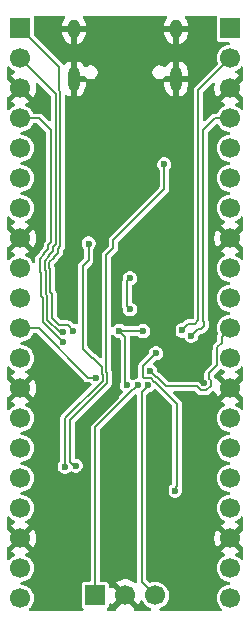
<source format=gbr>
%TF.GenerationSoftware,KiCad,Pcbnew,9.0.6*%
%TF.CreationDate,2025-12-05T22:59:02-07:00*%
%TF.ProjectId,HyperionDevBoard,48797065-7269-46f6-9e44-6576426f6172,rev?*%
%TF.SameCoordinates,Original*%
%TF.FileFunction,Copper,L2,Bot*%
%TF.FilePolarity,Positive*%
%FSLAX46Y46*%
G04 Gerber Fmt 4.6, Leading zero omitted, Abs format (unit mm)*
G04 Created by KiCad (PCBNEW 9.0.6) date 2025-12-05 22:59:02*
%MOMM*%
%LPD*%
G01*
G04 APERTURE LIST*
%TA.AperFunction,ComponentPad*%
%ADD10R,1.700000X1.700000*%
%TD*%
%TA.AperFunction,ComponentPad*%
%ADD11C,1.700000*%
%TD*%
%TA.AperFunction,HeatsinkPad*%
%ADD12O,1.000000X2.100000*%
%TD*%
%TA.AperFunction,HeatsinkPad*%
%ADD13O,1.000000X1.600000*%
%TD*%
%TA.AperFunction,ViaPad*%
%ADD14C,0.600000*%
%TD*%
%TA.AperFunction,Conductor*%
%ADD15C,0.200000*%
%TD*%
G04 APERTURE END LIST*
D10*
%TO.P,J3,1,Pin_1*%
%TO.N,VBUS*%
X120490000Y-68070000D03*
D11*
%TO.P,J3,2,Pin_2*%
%TO.N,GPIO29_ADC3*%
X120490000Y-70610000D03*
%TO.P,J3,3,Pin_3*%
%TO.N,GND*%
X120490000Y-73150000D03*
%TO.P,J3,4,Pin_4*%
%TO.N,GPIO28_ADC2*%
X120490000Y-75690000D03*
%TO.P,J3,5,Pin_5*%
%TO.N,+3V3*%
X120490000Y-78230000D03*
%TO.P,J3,6,Pin_6*%
%TO.N,GPIO27_ADC1*%
X120490000Y-80770000D03*
%TO.P,J3,7,Pin_7*%
%TO.N,GPIO26_ADC0*%
X120490000Y-83310000D03*
%TO.P,J3,8,Pin_8*%
%TO.N,GND*%
X120490000Y-85850000D03*
%TO.P,J3,9,Pin_9*%
%TO.N,GPIO24*%
X120490000Y-88390000D03*
%TO.P,J3,10,Pin_10*%
%TO.N,GPIO23*%
X120490000Y-90930000D03*
%TO.P,J3,11,Pin_11*%
%TO.N,RUN*%
X120490000Y-93470000D03*
%TO.P,J3,12,Pin_12*%
%TO.N,GPIO22*%
X120490000Y-96010000D03*
%TO.P,J3,13,Pin_13*%
%TO.N,GND*%
X120490000Y-98550000D03*
%TO.P,J3,14,Pin_14*%
%TO.N,GPIO21*%
X120490000Y-101090000D03*
%TO.P,J3,15,Pin_15*%
%TO.N,GPIO20*%
X120490000Y-103630000D03*
%TO.P,J3,16,Pin_16*%
%TO.N,GPIO19*%
X120490000Y-106170000D03*
%TO.P,J3,17,Pin_17*%
%TO.N,GPIO18*%
X120490000Y-108710000D03*
%TO.P,J3,18,Pin_18*%
%TO.N,GND*%
X120490000Y-111250000D03*
%TO.P,J3,19,Pin_19*%
%TO.N,GPIO17*%
X120490000Y-113790000D03*
%TO.P,J3,20,Pin_20*%
%TO.N,GPIO16*%
X120490000Y-116330000D03*
%TD*%
D10*
%TO.P,J2,1,Pin_1*%
%TO.N,GPIO0*%
X102710000Y-68070000D03*
D11*
%TO.P,J2,2,Pin_2*%
%TO.N,GPIO1*%
X102710000Y-70610000D03*
%TO.P,J2,3,Pin_3*%
%TO.N,GND*%
X102710000Y-73150000D03*
%TO.P,J2,4,Pin_4*%
%TO.N,GPIO2*%
X102710000Y-75690000D03*
%TO.P,J2,5,Pin_5*%
%TO.N,GPIO3*%
X102710000Y-78230000D03*
%TO.P,J2,6,Pin_6*%
%TO.N,GPIO4*%
X102710000Y-80770000D03*
%TO.P,J2,7,Pin_7*%
%TO.N,GPIO5*%
X102710000Y-83310000D03*
%TO.P,J2,8,Pin_8*%
%TO.N,GND*%
X102710000Y-85850000D03*
%TO.P,J2,9,Pin_9*%
%TO.N,GPIO6*%
X102710000Y-88390000D03*
%TO.P,J2,10,Pin_10*%
%TO.N,GPIO7*%
X102710000Y-90930000D03*
%TO.P,J2,11,Pin_11*%
%TO.N,GPIO8*%
X102710000Y-93470000D03*
%TO.P,J2,12,Pin_12*%
%TO.N,GPIO9*%
X102710000Y-96010000D03*
%TO.P,J2,13,Pin_13*%
%TO.N,GND*%
X102710000Y-98550000D03*
%TO.P,J2,14,Pin_14*%
%TO.N,GPIO10*%
X102710000Y-101090000D03*
%TO.P,J2,15,Pin_15*%
%TO.N,GPIO11*%
X102710000Y-103630000D03*
%TO.P,J2,16,Pin_16*%
%TO.N,GPIO12*%
X102710000Y-106170000D03*
%TO.P,J2,17,Pin_17*%
%TO.N,GPIO13*%
X102710000Y-108710000D03*
%TO.P,J2,18,Pin_18*%
%TO.N,GND*%
X102710000Y-111250000D03*
%TO.P,J2,19,Pin_19*%
%TO.N,GPIO14*%
X102710000Y-113790000D03*
%TO.P,J2,20,Pin_20*%
%TO.N,GPIO15*%
X102710000Y-116330000D03*
%TD*%
D10*
%TO.P,J4,1,Pin_1*%
%TO.N,SWCLK*%
X109060000Y-116090000D03*
D11*
%TO.P,J4,2,Pin_2*%
%TO.N,GND*%
X111600000Y-116090000D03*
%TO.P,J4,3,Pin_3*%
%TO.N,SWD*%
X114140000Y-116090000D03*
%TD*%
D12*
%TO.P,J1,S1,SHIELD*%
%TO.N,GND*%
X115900000Y-72330000D03*
D13*
X115900000Y-68150000D03*
D12*
X107260000Y-72330000D03*
D13*
X107260000Y-68150000D03*
%TD*%
D14*
%TO.N,GND*%
X115900000Y-82100000D03*
X112800000Y-85400000D03*
X106900000Y-80900000D03*
X117156036Y-91800000D03*
X118500000Y-108500000D03*
X106300000Y-91800000D03*
X115800000Y-114800000D03*
X116200000Y-74700000D03*
X116300000Y-113800000D03*
X105800000Y-98600000D03*
X104400000Y-110500000D03*
X107600000Y-76700000D03*
X119400000Y-87100000D03*
X111700000Y-107500000D03*
X110300000Y-110500000D03*
X104400000Y-99300000D03*
X104400000Y-74300000D03*
X119200000Y-77000000D03*
X108951472Y-91400000D03*
X108300000Y-85400000D03*
X118800000Y-110100000D03*
X108000000Y-102700000D03*
X107600000Y-110500000D03*
X111000000Y-96200000D03*
X104300000Y-77300000D03*
X119100000Y-99200000D03*
X115200000Y-105500000D03*
X116600000Y-88900000D03*
X118225735Y-98125735D03*
X109700000Y-102700000D03*
X111600000Y-114100000D03*
X111200000Y-76800000D03*
%TO.N,+1V1*%
X111754011Y-98300000D03*
X111100000Y-93699000D03*
X113101376Y-93697838D03*
%TO.N,VBUS*%
X114900000Y-79600000D03*
X107400000Y-105100000D03*
%TO.N,GPIO25*%
X115800000Y-107230000D03*
X114200000Y-95600000D03*
%TO.N,GPIO1*%
X106350433Y-93802284D03*
%TO.N,GPIO8*%
X109085909Y-97659429D03*
%TO.N,GPIO0*%
X107210000Y-93700000D03*
%TO.N,GPIO2*%
X106290000Y-94600000D03*
%TO.N,GPIO28_ADC2*%
X117190000Y-94110000D03*
%TO.N,GPIO29_ADC3*%
X116380000Y-93660000D03*
%TO.N,RUN*%
X113700002Y-97100000D03*
%TO.N,SWD*%
X113506599Y-98305824D03*
%TO.N,SWCLK*%
X112706619Y-98300002D03*
%TO.N,QSPI_SS*%
X106500000Y-105200000D03*
X108500000Y-86300000D03*
%TO.N,+3V3*%
X112000000Y-91869852D03*
X112000000Y-89250000D03*
%TD*%
D15*
%TO.N,GND*%
X115800000Y-82200000D02*
X115900000Y-82100000D01*
X115800000Y-82300000D02*
X115800000Y-82200000D01*
X115800000Y-82400000D02*
X115800000Y-82300000D01*
X112800000Y-85400000D02*
X115800000Y-82400000D01*
X115200000Y-114200000D02*
X115800000Y-114800000D01*
X111700000Y-109100000D02*
X110300000Y-110500000D01*
X104400000Y-110500000D02*
X107600000Y-110500000D01*
X115779000Y-93177036D02*
X117156036Y-91800000D01*
X111000000Y-99335441D02*
X111000000Y-96200000D01*
X115200000Y-105500000D02*
X115200000Y-114200000D01*
X116300000Y-112600000D02*
X116300000Y-113800000D01*
X109700000Y-102700000D02*
X109700000Y-105500000D01*
X108000000Y-102700000D02*
X108000000Y-102335441D01*
X120490000Y-98550000D02*
X120490000Y-98790000D01*
X120490000Y-98550000D02*
X120490000Y-98310000D01*
X116600000Y-88900000D02*
X117160000Y-89460000D01*
X120490000Y-98550000D02*
X120550000Y-98550000D01*
X117160000Y-89460000D02*
X117160000Y-91796036D01*
X118800000Y-110100000D02*
X116300000Y-112600000D01*
X115779000Y-95679000D02*
X115779000Y-93177036D01*
X120490000Y-98510000D02*
X121000000Y-98000000D01*
X111700000Y-107500000D02*
X111700000Y-109100000D01*
X109700000Y-105500000D02*
X111700000Y-107500000D01*
X108000000Y-102335441D02*
X111000000Y-99335441D01*
X118225735Y-98125735D02*
X115779000Y-95679000D01*
X117160000Y-91796036D02*
X117156036Y-91800000D01*
%TO.N,+1V1*%
X111754011Y-98300000D02*
X111600000Y-98145989D01*
X111600000Y-98145989D02*
X111600000Y-94199000D01*
X111600000Y-94199000D02*
X111100000Y-93699000D01*
X111101162Y-93697838D02*
X111100000Y-93699000D01*
X113101376Y-93697838D02*
X111101162Y-93697838D01*
%TO.N,VBUS*%
X114900000Y-79600000D02*
X114900000Y-81700000D01*
%TO.N,GPIO25*%
X113100000Y-97600000D02*
X113100000Y-96700000D01*
X114050718Y-98000000D02*
X113755542Y-97704824D01*
X113400000Y-97700000D02*
X113200000Y-97700000D01*
X115800000Y-107230000D02*
X115800000Y-107040000D01*
X116000000Y-106840000D02*
X116000000Y-99900000D01*
X116000000Y-99900000D02*
X114100000Y-98000000D01*
X114100000Y-98000000D02*
X114050718Y-98000000D01*
X113755542Y-97704824D02*
X113404824Y-97704824D01*
X113404824Y-97704824D02*
X113400000Y-97700000D01*
X113200000Y-97700000D02*
X113100000Y-97600000D01*
X113100000Y-96700000D02*
X114200000Y-95600000D01*
X115800000Y-107040000D02*
X116000000Y-106840000D01*
%TO.N,GPIO1*%
X104773050Y-88565043D02*
X104773050Y-87734957D01*
X105000000Y-92742900D02*
X105000000Y-90754200D01*
X106059384Y-93802284D02*
X105000000Y-92742900D01*
X106350433Y-93802284D02*
X106059384Y-93802284D01*
X105699000Y-86368100D02*
X105699000Y-73599000D01*
X104773050Y-87734957D02*
X105125107Y-87382900D01*
X105501000Y-86931900D02*
X105501000Y-86566100D01*
X104848000Y-88639993D02*
X104773050Y-88565043D01*
X105000000Y-90754200D02*
X104848000Y-90602200D01*
X105125107Y-87307793D02*
X105501000Y-86931900D01*
X105125107Y-87382900D02*
X105125107Y-87307793D01*
X104848000Y-90602200D02*
X104848000Y-88639993D01*
X105699000Y-73599000D02*
X102710000Y-70610000D01*
X105501000Y-86566100D02*
X105699000Y-86368100D01*
%TO.N,GPIO8*%
X109085909Y-97659429D02*
X108459429Y-97659429D01*
X108459429Y-97659429D02*
X104270000Y-93470000D01*
X104270000Y-93470000D02*
X102710000Y-93470000D01*
%TO.N,GPIO0*%
X105249000Y-88473893D02*
X105174050Y-88398943D01*
X105902000Y-87098000D02*
X105902000Y-86732200D01*
X107210000Y-93700000D02*
X106711284Y-93201284D01*
X105174050Y-87901057D02*
X105526107Y-87549000D01*
X105526107Y-87473893D02*
X105902000Y-87098000D01*
X105401000Y-90588100D02*
X105249000Y-90436100D01*
X105174050Y-88398943D02*
X105174050Y-87901057D01*
X105401000Y-92576800D02*
X105401000Y-90588100D01*
X105249000Y-90436100D02*
X105249000Y-88473893D01*
X106711284Y-93201284D02*
X106025484Y-93201284D01*
X105902000Y-86732200D02*
X106100000Y-86534200D01*
X106100000Y-86534200D02*
X106100000Y-73432900D01*
X106025484Y-93201284D02*
X105401000Y-92576800D01*
X105526107Y-87549000D02*
X105526107Y-87473893D01*
X106000000Y-73332900D02*
X106000000Y-71360000D01*
X106000000Y-71360000D02*
X102710000Y-68070000D01*
X106100000Y-73432900D02*
X106000000Y-73332900D01*
%TO.N,GPIO2*%
X104447000Y-90768300D02*
X104447000Y-88806093D01*
X104599000Y-90920300D02*
X104447000Y-90768300D01*
X106290000Y-94600000D02*
X104599000Y-92909000D01*
X105298000Y-76698000D02*
X104290000Y-75690000D01*
X104724107Y-87141693D02*
X105100000Y-86765800D01*
X104724107Y-87216800D02*
X104724107Y-87141693D01*
X105298000Y-86202000D02*
X105298000Y-76698000D01*
X104447000Y-88806093D02*
X104372050Y-88731143D01*
X104599000Y-92909000D02*
X104599000Y-90920300D01*
X104290000Y-75690000D02*
X102710000Y-75690000D01*
X105100000Y-86765800D02*
X105100000Y-86400000D01*
X105100000Y-86400000D02*
X105298000Y-86202000D01*
X104372050Y-88731143D02*
X104372050Y-87568857D01*
X104372050Y-87568857D02*
X104724107Y-87216800D01*
%TO.N,GPIO28_ADC2*%
X117190000Y-94110000D02*
X117770000Y-93530000D01*
X119210000Y-75690000D02*
X120490000Y-75690000D01*
X118200000Y-76700000D02*
X119210000Y-75690000D01*
X118272000Y-93295100D02*
X118272000Y-92962900D01*
X117770000Y-93530000D02*
X118037100Y-93530000D01*
X118201000Y-78633900D02*
X118200000Y-78632900D01*
X118037100Y-93530000D02*
X118272000Y-93295100D01*
X118201000Y-92891900D02*
X118201000Y-78633900D01*
X118272000Y-92962900D02*
X118201000Y-92891900D01*
X118200000Y-78632900D02*
X118200000Y-76700000D01*
%TO.N,GPIO29_ADC3*%
X116911000Y-93129000D02*
X117471000Y-93129000D01*
X116380000Y-93660000D02*
X116911000Y-93129000D01*
X117800000Y-92800000D02*
X117800000Y-73300000D01*
X117800000Y-73300000D02*
X120490000Y-70610000D01*
X117471000Y-93129000D02*
X117800000Y-92800000D01*
%TO.N,RUN*%
X118474678Y-98726735D02*
X117976792Y-98726735D01*
X117650057Y-98400000D02*
X115067100Y-98400000D01*
X119400000Y-96547760D02*
X119400000Y-96600000D01*
X113709148Y-97091330D02*
X113700478Y-97100000D01*
X114216818Y-97599000D02*
X113709148Y-97091330D01*
X119780000Y-94180000D02*
X119780000Y-94712240D01*
X119780000Y-94712240D02*
X119400000Y-95092240D01*
X119339000Y-95533240D02*
X119339000Y-96486760D01*
X114266100Y-97599000D02*
X114216818Y-97599000D01*
X118826735Y-97876792D02*
X118826735Y-98374678D01*
X117976792Y-98726735D02*
X117650057Y-98400000D01*
X119400000Y-96600000D02*
X118700000Y-97300000D01*
X119400000Y-95472240D02*
X119339000Y-95533240D01*
X120490000Y-93470000D02*
X119780000Y-94180000D01*
X119400000Y-95092240D02*
X119400000Y-95472240D01*
X118826735Y-98374678D02*
X118474678Y-98726735D01*
X118700000Y-97750057D02*
X118826735Y-97876792D01*
X119339000Y-96486760D02*
X119400000Y-96547760D01*
X118700000Y-97300000D02*
X118700000Y-97750057D01*
X115067100Y-98400000D02*
X114266100Y-97599000D01*
X113700478Y-97100000D02*
X113700002Y-97100000D01*
%TO.N,SWD*%
X113502933Y-98309490D02*
X113502933Y-98397067D01*
X113041468Y-98900000D02*
X112996169Y-98945299D01*
X112996169Y-98945299D02*
X112996169Y-114946169D01*
X112996169Y-114946169D02*
X114140000Y-116090000D01*
X113502933Y-98397067D02*
X113041468Y-98858532D01*
X113506599Y-98305824D02*
X113502933Y-98309490D01*
X113041468Y-98858532D02*
X113041468Y-98900000D01*
%TO.N,SWCLK*%
X112706619Y-98300002D02*
X112355095Y-98651526D01*
X109060000Y-101842541D02*
X109060000Y-116090000D01*
X112251015Y-98651526D02*
X109060000Y-101842541D01*
X112355095Y-98651526D02*
X112251015Y-98651526D01*
%TO.N,QSPI_SS*%
X108834900Y-96000000D02*
X108800000Y-96000000D01*
X108800000Y-96000000D02*
X108000000Y-95200000D01*
X108500000Y-87700000D02*
X108500000Y-86300000D01*
X106500000Y-101095281D02*
X109686909Y-97908372D01*
X109686909Y-97436966D02*
X109600000Y-97350057D01*
X106500000Y-105200000D02*
X106500000Y-101095281D01*
X109686909Y-97908372D02*
X109686909Y-97436966D01*
X109600000Y-96765100D02*
X108834900Y-96000000D01*
X108000000Y-95200000D02*
X108000000Y-88200000D01*
X109600000Y-97350057D02*
X109600000Y-96765100D01*
X108000000Y-88200000D02*
X108500000Y-87700000D01*
%TO.N,+3V3*%
X111740000Y-89510000D02*
X112000000Y-89250000D01*
X111740000Y-91609852D02*
X111740000Y-89510000D01*
X112000000Y-91869852D02*
X111740000Y-91609852D01*
%TO.N,VBUS*%
X107249942Y-105100000D02*
X107400000Y-105100000D01*
X106924971Y-104775028D02*
X107249942Y-105100000D01*
X106924971Y-101237410D02*
X106924971Y-104775028D01*
X110087909Y-97270866D02*
X110087909Y-98074472D01*
X110001000Y-88600000D02*
X110001000Y-97183957D01*
X110000000Y-88599000D02*
X110001000Y-88600000D01*
X110600000Y-86700000D02*
X110000000Y-87300000D01*
X110001000Y-97183957D02*
X110087909Y-97270866D01*
X110600000Y-86000000D02*
X110600000Y-86700000D01*
X110000000Y-87300000D02*
X110000000Y-88599000D01*
X110087909Y-98074472D02*
X106924971Y-101237410D01*
X114900000Y-81700000D02*
X110600000Y-86000000D01*
%TD*%
%TA.AperFunction,Conductor*%
%TO.N,GND*%
G36*
X104119784Y-93890185D02*
G01*
X104140426Y-93906819D01*
X108138948Y-97905341D01*
X108138949Y-97905342D01*
X108213516Y-97979909D01*
X108304842Y-98032636D01*
X108406702Y-98059929D01*
X108512156Y-98059929D01*
X108585811Y-98059929D01*
X108615251Y-98068573D01*
X108645238Y-98075097D01*
X108650253Y-98078851D01*
X108652850Y-98079614D01*
X108673492Y-98096248D01*
X108715384Y-98138140D01*
X108748869Y-98199463D01*
X108743885Y-98269155D01*
X108715384Y-98313502D01*
X106179522Y-100849365D01*
X106179520Y-100849368D01*
X106126793Y-100940691D01*
X106111048Y-100999455D01*
X106099500Y-101042550D01*
X106099500Y-104699902D01*
X106079815Y-104766941D01*
X106063181Y-104787583D01*
X106019481Y-104831282D01*
X106019475Y-104831290D01*
X105940426Y-104968209D01*
X105940423Y-104968216D01*
X105899500Y-105120943D01*
X105899500Y-105279057D01*
X105940213Y-105430998D01*
X105940423Y-105431783D01*
X105940426Y-105431790D01*
X106019475Y-105568709D01*
X106019479Y-105568714D01*
X106019480Y-105568716D01*
X106131284Y-105680520D01*
X106131286Y-105680521D01*
X106131290Y-105680524D01*
X106214151Y-105728363D01*
X106268216Y-105759577D01*
X106420943Y-105800500D01*
X106420945Y-105800500D01*
X106579055Y-105800500D01*
X106579057Y-105800500D01*
X106731784Y-105759577D01*
X106868716Y-105680520D01*
X106924340Y-105624895D01*
X106985659Y-105591413D01*
X107055351Y-105596397D01*
X107074015Y-105605190D01*
X107168216Y-105659577D01*
X107320943Y-105700500D01*
X107320945Y-105700500D01*
X107479055Y-105700500D01*
X107479057Y-105700500D01*
X107631784Y-105659577D01*
X107768716Y-105580520D01*
X107880520Y-105468716D01*
X107959577Y-105331784D01*
X108000500Y-105179057D01*
X108000500Y-105020943D01*
X107959577Y-104868216D01*
X107938258Y-104831290D01*
X107880524Y-104731290D01*
X107880518Y-104731282D01*
X107768717Y-104619481D01*
X107768709Y-104619475D01*
X107631790Y-104540426D01*
X107631786Y-104540424D01*
X107631784Y-104540423D01*
X107479057Y-104499500D01*
X107479056Y-104499500D01*
X107449471Y-104499500D01*
X107382432Y-104479815D01*
X107336677Y-104427011D01*
X107325471Y-104375500D01*
X107325471Y-101454665D01*
X107345156Y-101387626D01*
X107361790Y-101366984D01*
X108881501Y-99847273D01*
X110408389Y-98320385D01*
X110461116Y-98229060D01*
X110488409Y-98127199D01*
X110488409Y-98021745D01*
X110488409Y-97218139D01*
X110478805Y-97182296D01*
X110477937Y-97179055D01*
X110461117Y-97116280D01*
X110461116Y-97116278D01*
X110418112Y-97041794D01*
X110401500Y-96979795D01*
X110401500Y-94148930D01*
X110421185Y-94081891D01*
X110473989Y-94036136D01*
X110543147Y-94026192D01*
X110606703Y-94055217D01*
X110613387Y-94062314D01*
X110613733Y-94061969D01*
X110619480Y-94067716D01*
X110731284Y-94179520D01*
X110731286Y-94179521D01*
X110731290Y-94179524D01*
X110866196Y-94257411D01*
X110868216Y-94258577D01*
X111020943Y-94299500D01*
X111075500Y-94299500D01*
X111142539Y-94319185D01*
X111188294Y-94371989D01*
X111199500Y-94423500D01*
X111199500Y-98032986D01*
X111195275Y-98065080D01*
X111194435Y-98068213D01*
X111194434Y-98068216D01*
X111153511Y-98220943D01*
X111153511Y-98379057D01*
X111193760Y-98529266D01*
X111194434Y-98531783D01*
X111194437Y-98531790D01*
X111273486Y-98668709D01*
X111273492Y-98668717D01*
X111382780Y-98778005D01*
X111416265Y-98839328D01*
X111411281Y-98909020D01*
X111382780Y-98953367D01*
X108739522Y-101596625D01*
X108739520Y-101596628D01*
X108686793Y-101687951D01*
X108659500Y-101789814D01*
X108659500Y-114815500D01*
X108639815Y-114882539D01*
X108587011Y-114928294D01*
X108535500Y-114939500D01*
X108165143Y-114939500D01*
X108165117Y-114939502D01*
X108140012Y-114942413D01*
X108140008Y-114942415D01*
X108037235Y-114987793D01*
X107957794Y-115067234D01*
X107912415Y-115170006D01*
X107912415Y-115170008D01*
X107909500Y-115195131D01*
X107909500Y-116984856D01*
X107909502Y-116984882D01*
X107912413Y-117009987D01*
X107912415Y-117009991D01*
X107957793Y-117112764D01*
X108032848Y-117187819D01*
X108066333Y-117249142D01*
X108061349Y-117318834D01*
X108019477Y-117374767D01*
X107954013Y-117399184D01*
X107945167Y-117399500D01*
X103566916Y-117399500D01*
X103499877Y-117379815D01*
X103454122Y-117327011D01*
X103444178Y-117257853D01*
X103473203Y-117194297D01*
X103479235Y-117187819D01*
X103510844Y-117156210D01*
X103587553Y-117079501D01*
X103693996Y-116932994D01*
X103776211Y-116771639D01*
X103832171Y-116599409D01*
X103856856Y-116443554D01*
X103860500Y-116420551D01*
X103860500Y-116239448D01*
X103844019Y-116135397D01*
X103832171Y-116060591D01*
X103784289Y-115913223D01*
X103776212Y-115888363D01*
X103776211Y-115888360D01*
X103722523Y-115782993D01*
X103693996Y-115727006D01*
X103636859Y-115648363D01*
X103587558Y-115580505D01*
X103587554Y-115580500D01*
X103459499Y-115452445D01*
X103459494Y-115452441D01*
X103312997Y-115346006D01*
X103312996Y-115346005D01*
X103312994Y-115346004D01*
X103261300Y-115319664D01*
X103151639Y-115263788D01*
X103151636Y-115263787D01*
X102979410Y-115207829D01*
X102819321Y-115182473D01*
X102756186Y-115152544D01*
X102719255Y-115093232D01*
X102720253Y-115023370D01*
X102758863Y-114965137D01*
X102819321Y-114937527D01*
X102889425Y-114926422D01*
X102979409Y-114912171D01*
X103151639Y-114856211D01*
X103312994Y-114773996D01*
X103459501Y-114667553D01*
X103587553Y-114539501D01*
X103693996Y-114392994D01*
X103776211Y-114231639D01*
X103832171Y-114059409D01*
X103846765Y-113967259D01*
X103860500Y-113880551D01*
X103860500Y-113699448D01*
X103844019Y-113595397D01*
X103832171Y-113520591D01*
X103776211Y-113348361D01*
X103776211Y-113348360D01*
X103747740Y-113292484D01*
X103693996Y-113187006D01*
X103631401Y-113100851D01*
X103587558Y-113040505D01*
X103587554Y-113040500D01*
X103459499Y-112912445D01*
X103459494Y-112912441D01*
X103312995Y-112806004D01*
X103181314Y-112738908D01*
X103130519Y-112690934D01*
X103113724Y-112623113D01*
X103136262Y-112556978D01*
X103190977Y-112513527D01*
X103199295Y-112510492D01*
X103228217Y-112501095D01*
X103417554Y-112404622D01*
X103471716Y-112365270D01*
X103471717Y-112365270D01*
X102839408Y-111732962D01*
X102902993Y-111715925D01*
X103017007Y-111650099D01*
X103110099Y-111557007D01*
X103175925Y-111442993D01*
X103192962Y-111379409D01*
X103825270Y-112011717D01*
X103825270Y-112011716D01*
X103864622Y-111957554D01*
X103961095Y-111768217D01*
X104026757Y-111566130D01*
X104026757Y-111566127D01*
X104060000Y-111356246D01*
X104060000Y-111143753D01*
X104026757Y-110933872D01*
X104026757Y-110933869D01*
X103961095Y-110731782D01*
X103864624Y-110542449D01*
X103825270Y-110488282D01*
X103825269Y-110488282D01*
X103192962Y-111120590D01*
X103175925Y-111057007D01*
X103110099Y-110942993D01*
X103017007Y-110849901D01*
X102902993Y-110784075D01*
X102839409Y-110767037D01*
X103471716Y-110134728D01*
X103417550Y-110095375D01*
X103228217Y-109998904D01*
X103199292Y-109989506D01*
X103141616Y-109950068D01*
X103114418Y-109885710D01*
X103126333Y-109816863D01*
X103173577Y-109765388D01*
X103181315Y-109761090D01*
X103312994Y-109693996D01*
X103459501Y-109587553D01*
X103587553Y-109459501D01*
X103693996Y-109312994D01*
X103776211Y-109151639D01*
X103832171Y-108979409D01*
X103846765Y-108887259D01*
X103860500Y-108800551D01*
X103860500Y-108619448D01*
X103844019Y-108515397D01*
X103832171Y-108440591D01*
X103776211Y-108268361D01*
X103776211Y-108268360D01*
X103747740Y-108212484D01*
X103693996Y-108107006D01*
X103631401Y-108020851D01*
X103587558Y-107960505D01*
X103587554Y-107960500D01*
X103459499Y-107832445D01*
X103459494Y-107832441D01*
X103312997Y-107726006D01*
X103312996Y-107726005D01*
X103312994Y-107726004D01*
X103261300Y-107699664D01*
X103151639Y-107643788D01*
X103151636Y-107643787D01*
X102979410Y-107587829D01*
X102819321Y-107562473D01*
X102756186Y-107532544D01*
X102719255Y-107473232D01*
X102720253Y-107403370D01*
X102758863Y-107345137D01*
X102819321Y-107317527D01*
X102889425Y-107306422D01*
X102979409Y-107292171D01*
X103151639Y-107236211D01*
X103312994Y-107153996D01*
X103459501Y-107047553D01*
X103587553Y-106919501D01*
X103693996Y-106772994D01*
X103776211Y-106611639D01*
X103832171Y-106439409D01*
X103846765Y-106347259D01*
X103860500Y-106260551D01*
X103860500Y-106079448D01*
X103844019Y-105975397D01*
X103832171Y-105900591D01*
X103776211Y-105728361D01*
X103776211Y-105728360D01*
X103747740Y-105672484D01*
X103693996Y-105567006D01*
X103631401Y-105480851D01*
X103587558Y-105420505D01*
X103587554Y-105420500D01*
X103459499Y-105292445D01*
X103459494Y-105292441D01*
X103312997Y-105186006D01*
X103312996Y-105186005D01*
X103312994Y-105186004D01*
X103261300Y-105159664D01*
X103151639Y-105103788D01*
X103151636Y-105103787D01*
X102979410Y-105047829D01*
X102819321Y-105022473D01*
X102756186Y-104992544D01*
X102719255Y-104933232D01*
X102720253Y-104863370D01*
X102758863Y-104805137D01*
X102819321Y-104777527D01*
X102889425Y-104766422D01*
X102979409Y-104752171D01*
X103151639Y-104696211D01*
X103312994Y-104613996D01*
X103459501Y-104507553D01*
X103587553Y-104379501D01*
X103693996Y-104232994D01*
X103776211Y-104071639D01*
X103832171Y-103899409D01*
X103846765Y-103807259D01*
X103860500Y-103720551D01*
X103860500Y-103539448D01*
X103844019Y-103435397D01*
X103832171Y-103360591D01*
X103776211Y-103188361D01*
X103776211Y-103188360D01*
X103747740Y-103132484D01*
X103693996Y-103027006D01*
X103631401Y-102940851D01*
X103587558Y-102880505D01*
X103587554Y-102880500D01*
X103459499Y-102752445D01*
X103459494Y-102752441D01*
X103312997Y-102646006D01*
X103312996Y-102646005D01*
X103312994Y-102646004D01*
X103261300Y-102619664D01*
X103151639Y-102563788D01*
X103151636Y-102563787D01*
X102979410Y-102507829D01*
X102819321Y-102482473D01*
X102756186Y-102452544D01*
X102719255Y-102393232D01*
X102720253Y-102323370D01*
X102758863Y-102265137D01*
X102819321Y-102237527D01*
X102889425Y-102226422D01*
X102979409Y-102212171D01*
X103151639Y-102156211D01*
X103312994Y-102073996D01*
X103459501Y-101967553D01*
X103587553Y-101839501D01*
X103693996Y-101692994D01*
X103776211Y-101531639D01*
X103832171Y-101359409D01*
X103846765Y-101267259D01*
X103860500Y-101180551D01*
X103860500Y-100999448D01*
X103844019Y-100895397D01*
X103832171Y-100820591D01*
X103776211Y-100648361D01*
X103776211Y-100648360D01*
X103747740Y-100592484D01*
X103693996Y-100487006D01*
X103631401Y-100400851D01*
X103587558Y-100340505D01*
X103587554Y-100340500D01*
X103459499Y-100212445D01*
X103459494Y-100212441D01*
X103312995Y-100106004D01*
X103181314Y-100038908D01*
X103130519Y-99990934D01*
X103113724Y-99923113D01*
X103136262Y-99856978D01*
X103190977Y-99813527D01*
X103199295Y-99810492D01*
X103228217Y-99801095D01*
X103417554Y-99704622D01*
X103471716Y-99665270D01*
X103471717Y-99665270D01*
X102839408Y-99032962D01*
X102902993Y-99015925D01*
X103017007Y-98950099D01*
X103110099Y-98857007D01*
X103175925Y-98742993D01*
X103192962Y-98679409D01*
X103825270Y-99311717D01*
X103825270Y-99311716D01*
X103864622Y-99257554D01*
X103961095Y-99068217D01*
X104026757Y-98866130D01*
X104026757Y-98866127D01*
X104060000Y-98656246D01*
X104060000Y-98443753D01*
X104026757Y-98233872D01*
X104026757Y-98233869D01*
X103961095Y-98031782D01*
X103864624Y-97842449D01*
X103825270Y-97788282D01*
X103825269Y-97788282D01*
X103192962Y-98420590D01*
X103175925Y-98357007D01*
X103110099Y-98242993D01*
X103017007Y-98149901D01*
X102902993Y-98084075D01*
X102839409Y-98067037D01*
X103471716Y-97434728D01*
X103417550Y-97395375D01*
X103228217Y-97298904D01*
X103199292Y-97289506D01*
X103141616Y-97250068D01*
X103114418Y-97185710D01*
X103126333Y-97116863D01*
X103173577Y-97065388D01*
X103181315Y-97061090D01*
X103312994Y-96993996D01*
X103459501Y-96887553D01*
X103587553Y-96759501D01*
X103693996Y-96612994D01*
X103776211Y-96451639D01*
X103832171Y-96279409D01*
X103846765Y-96187259D01*
X103860500Y-96100551D01*
X103860500Y-95919448D01*
X103844019Y-95815397D01*
X103832171Y-95740591D01*
X103796838Y-95631844D01*
X103776212Y-95568363D01*
X103776211Y-95568360D01*
X103713820Y-95445913D01*
X103693996Y-95407006D01*
X103665814Y-95368216D01*
X103587558Y-95260505D01*
X103587554Y-95260500D01*
X103459499Y-95132445D01*
X103459494Y-95132441D01*
X103312997Y-95026006D01*
X103312996Y-95026005D01*
X103312994Y-95026004D01*
X103260977Y-94999500D01*
X103151639Y-94943788D01*
X103151636Y-94943787D01*
X102979410Y-94887829D01*
X102819321Y-94862473D01*
X102756186Y-94832544D01*
X102719255Y-94773232D01*
X102720253Y-94703370D01*
X102758863Y-94645137D01*
X102819321Y-94617527D01*
X102889425Y-94606422D01*
X102979409Y-94592171D01*
X103151639Y-94536211D01*
X103312994Y-94453996D01*
X103459501Y-94347553D01*
X103587553Y-94219501D01*
X103693996Y-94072994D01*
X103762675Y-93938205D01*
X103773124Y-93927140D01*
X103779447Y-93913297D01*
X103796627Y-93902255D01*
X103810650Y-93887409D01*
X103826329Y-93883167D01*
X103838225Y-93875523D01*
X103873160Y-93870500D01*
X104052745Y-93870500D01*
X104119784Y-93890185D01*
G37*
%TD.AperFunction*%
%TA.AperFunction,Conductor*%
G36*
X111134075Y-116282993D02*
G01*
X111199901Y-116397007D01*
X111292993Y-116490099D01*
X111407007Y-116555925D01*
X111470590Y-116572962D01*
X110838282Y-117205269D01*
X110842768Y-117262259D01*
X110842264Y-117262298D01*
X110845515Y-117300119D01*
X110812912Y-117361916D01*
X110752075Y-117396276D01*
X110723983Y-117399500D01*
X110174833Y-117399500D01*
X110107794Y-117379815D01*
X110062039Y-117327011D01*
X110052095Y-117257853D01*
X110081120Y-117194297D01*
X110087152Y-117187819D01*
X110118761Y-117156210D01*
X110162206Y-117112765D01*
X110207585Y-117009991D01*
X110210500Y-116984865D01*
X110210499Y-116853076D01*
X110230183Y-116786040D01*
X110282987Y-116740285D01*
X110352145Y-116730341D01*
X110415701Y-116759365D01*
X110442495Y-116793600D01*
X110442829Y-116793396D01*
X110444607Y-116796297D01*
X110444977Y-116796770D01*
X110445373Y-116797547D01*
X110484728Y-116851716D01*
X111117037Y-116219408D01*
X111134075Y-116282993D01*
G37*
%TD.AperFunction*%
%TA.AperFunction,Conductor*%
G36*
X112715270Y-116851717D02*
G01*
X112715270Y-116851716D01*
X112754622Y-116797554D01*
X112851095Y-116608217D01*
X112860492Y-116579295D01*
X112899928Y-116521618D01*
X112964286Y-116494419D01*
X113033133Y-116506331D01*
X113084610Y-116553574D01*
X113088908Y-116561314D01*
X113156004Y-116692995D01*
X113262441Y-116839494D01*
X113262445Y-116839499D01*
X113390500Y-116967554D01*
X113390505Y-116967558D01*
X113518287Y-117060396D01*
X113537006Y-117073996D01*
X113698361Y-117156211D01*
X113702538Y-117157568D01*
X113760214Y-117197005D01*
X113787413Y-117261363D01*
X113775500Y-117330209D01*
X113728257Y-117381686D01*
X113664222Y-117399500D01*
X112476016Y-117399500D01*
X112408977Y-117379815D01*
X112363222Y-117327011D01*
X112353278Y-117257853D01*
X112358474Y-117246474D01*
X112361717Y-117205270D01*
X111729408Y-116572962D01*
X111792993Y-116555925D01*
X111907007Y-116490099D01*
X112000099Y-116397007D01*
X112065925Y-116282993D01*
X112082962Y-116219408D01*
X112715270Y-116851717D01*
G37*
%TD.AperFunction*%
%TA.AperFunction,Conductor*%
G36*
X114171254Y-98638888D02*
G01*
X114182289Y-98648682D01*
X115563181Y-100029573D01*
X115596666Y-100090896D01*
X115599500Y-100117254D01*
X115599500Y-106580769D01*
X115579815Y-106647808D01*
X115537500Y-106688156D01*
X115431287Y-106749477D01*
X115431282Y-106749481D01*
X115319481Y-106861282D01*
X115319475Y-106861290D01*
X115240426Y-106998209D01*
X115240423Y-106998216D01*
X115199500Y-107150943D01*
X115199500Y-107309056D01*
X115240423Y-107461783D01*
X115240426Y-107461790D01*
X115319475Y-107598709D01*
X115319479Y-107598714D01*
X115319480Y-107598716D01*
X115431284Y-107710520D01*
X115431286Y-107710521D01*
X115431290Y-107710524D01*
X115568209Y-107789573D01*
X115568216Y-107789577D01*
X115720943Y-107830500D01*
X115720945Y-107830500D01*
X115879055Y-107830500D01*
X115879057Y-107830500D01*
X116031784Y-107789577D01*
X116168716Y-107710520D01*
X116280520Y-107598716D01*
X116359577Y-107461784D01*
X116400500Y-107309057D01*
X116400500Y-107150943D01*
X116374505Y-107053928D01*
X116374504Y-107037896D01*
X116370315Y-107024793D01*
X116374503Y-106989757D01*
X116374503Y-106989750D01*
X116379661Y-106970500D01*
X116400501Y-106892727D01*
X116400501Y-106787273D01*
X116400501Y-106779678D01*
X116400500Y-106779660D01*
X116400500Y-99847275D01*
X116400500Y-99847273D01*
X116373207Y-99745413D01*
X116373207Y-99745412D01*
X116346843Y-99699750D01*
X116320480Y-99654087D01*
X116245913Y-99579520D01*
X116245910Y-99579518D01*
X115678573Y-99012181D01*
X115645088Y-98950858D01*
X115650072Y-98881166D01*
X115691944Y-98825233D01*
X115757408Y-98800816D01*
X115766254Y-98800500D01*
X117432802Y-98800500D01*
X117499841Y-98820185D01*
X117520483Y-98836819D01*
X117730879Y-99047215D01*
X117822204Y-99099942D01*
X117924065Y-99127235D01*
X117924067Y-99127235D01*
X118527403Y-99127235D01*
X118527405Y-99127235D01*
X118629266Y-99099942D01*
X118720591Y-99047215D01*
X118964105Y-98803700D01*
X119025423Y-98770218D01*
X119095115Y-98775202D01*
X119151049Y-98817073D01*
X119172356Y-98862439D01*
X119173240Y-98866123D01*
X119238904Y-99068217D01*
X119335375Y-99257550D01*
X119374728Y-99311716D01*
X120007037Y-98679408D01*
X120024075Y-98742993D01*
X120089901Y-98857007D01*
X120182993Y-98950099D01*
X120297007Y-99015925D01*
X120360590Y-99032962D01*
X119728282Y-99665269D01*
X119728282Y-99665270D01*
X119782449Y-99704624D01*
X119971780Y-99801094D01*
X120000705Y-99810492D01*
X120058381Y-99849929D01*
X120085580Y-99914287D01*
X120073667Y-99983134D01*
X120026424Y-100034610D01*
X120018685Y-100038908D01*
X119887004Y-100106004D01*
X119740505Y-100212441D01*
X119740500Y-100212445D01*
X119612445Y-100340500D01*
X119612441Y-100340505D01*
X119506006Y-100487002D01*
X119423788Y-100648360D01*
X119423787Y-100648363D01*
X119367829Y-100820589D01*
X119339500Y-100999448D01*
X119339500Y-101180551D01*
X119367829Y-101359410D01*
X119423787Y-101531636D01*
X119423788Y-101531639D01*
X119479664Y-101641300D01*
X119503435Y-101687953D01*
X119506006Y-101692997D01*
X119612441Y-101839494D01*
X119612445Y-101839499D01*
X119740500Y-101967554D01*
X119740505Y-101967558D01*
X119867459Y-102059794D01*
X119887006Y-102073996D01*
X119992484Y-102127740D01*
X120048360Y-102156211D01*
X120048363Y-102156212D01*
X120134476Y-102184191D01*
X120220591Y-102212171D01*
X120293639Y-102223740D01*
X120380678Y-102237527D01*
X120443813Y-102267456D01*
X120480744Y-102326768D01*
X120479746Y-102396631D01*
X120441136Y-102454863D01*
X120380678Y-102482473D01*
X120220589Y-102507829D01*
X120048363Y-102563787D01*
X120048360Y-102563788D01*
X119887002Y-102646006D01*
X119740505Y-102752441D01*
X119740500Y-102752445D01*
X119612445Y-102880500D01*
X119612441Y-102880505D01*
X119506006Y-103027002D01*
X119423788Y-103188360D01*
X119423787Y-103188363D01*
X119367829Y-103360589D01*
X119339500Y-103539448D01*
X119339500Y-103720551D01*
X119367829Y-103899410D01*
X119423787Y-104071636D01*
X119423788Y-104071639D01*
X119506006Y-104232997D01*
X119612441Y-104379494D01*
X119612445Y-104379499D01*
X119740500Y-104507554D01*
X119740505Y-104507558D01*
X119868287Y-104600396D01*
X119887006Y-104613996D01*
X119992484Y-104667740D01*
X120048360Y-104696211D01*
X120048363Y-104696212D01*
X120134476Y-104724191D01*
X120220591Y-104752171D01*
X120293639Y-104763740D01*
X120380678Y-104777527D01*
X120443813Y-104807456D01*
X120480744Y-104866768D01*
X120479746Y-104936631D01*
X120441136Y-104994863D01*
X120380678Y-105022473D01*
X120220589Y-105047829D01*
X120048363Y-105103787D01*
X120048360Y-105103788D01*
X119887002Y-105186006D01*
X119740505Y-105292441D01*
X119740500Y-105292445D01*
X119612445Y-105420500D01*
X119612441Y-105420505D01*
X119506006Y-105567002D01*
X119423788Y-105728360D01*
X119423787Y-105728363D01*
X119367829Y-105900589D01*
X119339500Y-106079448D01*
X119339500Y-106260551D01*
X119367829Y-106439410D01*
X119423787Y-106611636D01*
X119423788Y-106611639D01*
X119479664Y-106721300D01*
X119494023Y-106749481D01*
X119506006Y-106772997D01*
X119612441Y-106919494D01*
X119612445Y-106919499D01*
X119740500Y-107047554D01*
X119740505Y-107047558D01*
X119749273Y-107053928D01*
X119887006Y-107153996D01*
X119992484Y-107207740D01*
X120048360Y-107236211D01*
X120048363Y-107236212D01*
X120134476Y-107264191D01*
X120220591Y-107292171D01*
X120293639Y-107303740D01*
X120380678Y-107317527D01*
X120443813Y-107347456D01*
X120480744Y-107406768D01*
X120479746Y-107476631D01*
X120441136Y-107534863D01*
X120380678Y-107562473D01*
X120220589Y-107587829D01*
X120048363Y-107643787D01*
X120048360Y-107643788D01*
X119887002Y-107726006D01*
X119740505Y-107832441D01*
X119740500Y-107832445D01*
X119612445Y-107960500D01*
X119612441Y-107960505D01*
X119506006Y-108107002D01*
X119423788Y-108268360D01*
X119423787Y-108268363D01*
X119367829Y-108440589D01*
X119339500Y-108619448D01*
X119339500Y-108800551D01*
X119367829Y-108979410D01*
X119423787Y-109151636D01*
X119423788Y-109151639D01*
X119506006Y-109312997D01*
X119612441Y-109459494D01*
X119612445Y-109459499D01*
X119740500Y-109587554D01*
X119740505Y-109587558D01*
X119868287Y-109680396D01*
X119887006Y-109693996D01*
X119988780Y-109745853D01*
X120018684Y-109761090D01*
X120069480Y-109809065D01*
X120086275Y-109876886D01*
X120063737Y-109943021D01*
X120009022Y-109986472D01*
X120000708Y-109989506D01*
X119971781Y-109998905D01*
X119782439Y-110095380D01*
X119728282Y-110134727D01*
X119728282Y-110134728D01*
X120360591Y-110767037D01*
X120297007Y-110784075D01*
X120182993Y-110849901D01*
X120089901Y-110942993D01*
X120024075Y-111057007D01*
X120007037Y-111120591D01*
X119374728Y-110488282D01*
X119374727Y-110488282D01*
X119335380Y-110542439D01*
X119238904Y-110731782D01*
X119173242Y-110933869D01*
X119173242Y-110933872D01*
X119140000Y-111143753D01*
X119140000Y-111356246D01*
X119173242Y-111566127D01*
X119173242Y-111566130D01*
X119238904Y-111768217D01*
X119335375Y-111957550D01*
X119374728Y-112011716D01*
X120007037Y-111379408D01*
X120024075Y-111442993D01*
X120089901Y-111557007D01*
X120182993Y-111650099D01*
X120297007Y-111715925D01*
X120360590Y-111732962D01*
X119728282Y-112365269D01*
X119728282Y-112365270D01*
X119782449Y-112404624D01*
X119971780Y-112501094D01*
X120000705Y-112510492D01*
X120058381Y-112549929D01*
X120085580Y-112614287D01*
X120073667Y-112683134D01*
X120026424Y-112734610D01*
X120018685Y-112738908D01*
X119887004Y-112806004D01*
X119740505Y-112912441D01*
X119740500Y-112912445D01*
X119612445Y-113040500D01*
X119612441Y-113040505D01*
X119506006Y-113187002D01*
X119423788Y-113348360D01*
X119423787Y-113348363D01*
X119367829Y-113520589D01*
X119339500Y-113699448D01*
X119339500Y-113880551D01*
X119367829Y-114059410D01*
X119423787Y-114231636D01*
X119423788Y-114231639D01*
X119506006Y-114392997D01*
X119612441Y-114539494D01*
X119612445Y-114539499D01*
X119740500Y-114667554D01*
X119740505Y-114667558D01*
X119840214Y-114740000D01*
X119887006Y-114773996D01*
X119968462Y-114815500D01*
X120048360Y-114856211D01*
X120048363Y-114856212D01*
X120129392Y-114882539D01*
X120220591Y-114912171D01*
X120293639Y-114923740D01*
X120380678Y-114937527D01*
X120443813Y-114967456D01*
X120480744Y-115026768D01*
X120479746Y-115096631D01*
X120441136Y-115154863D01*
X120380678Y-115182473D01*
X120220589Y-115207829D01*
X120048363Y-115263787D01*
X120048360Y-115263788D01*
X119887002Y-115346006D01*
X119740505Y-115452441D01*
X119740500Y-115452445D01*
X119612445Y-115580500D01*
X119612441Y-115580505D01*
X119506006Y-115727002D01*
X119423788Y-115888360D01*
X119423787Y-115888363D01*
X119367829Y-116060589D01*
X119339500Y-116239448D01*
X119339500Y-116420551D01*
X119367829Y-116599410D01*
X119423787Y-116771636D01*
X119423788Y-116771639D01*
X119506006Y-116932997D01*
X119612441Y-117079494D01*
X119612445Y-117079499D01*
X119720765Y-117187819D01*
X119754250Y-117249142D01*
X119749266Y-117318834D01*
X119707394Y-117374767D01*
X119641930Y-117399184D01*
X119633084Y-117399500D01*
X114615778Y-117399500D01*
X114548739Y-117379815D01*
X114502984Y-117327011D01*
X114493040Y-117257853D01*
X114522065Y-117194297D01*
X114577461Y-117157568D01*
X114581639Y-117156211D01*
X114742994Y-117073996D01*
X114889501Y-116967553D01*
X115017553Y-116839501D01*
X115123996Y-116692994D01*
X115206211Y-116531639D01*
X115262171Y-116359409D01*
X115281171Y-116239448D01*
X115290500Y-116180551D01*
X115290500Y-115999448D01*
X115272905Y-115888361D01*
X115262171Y-115820591D01*
X115206211Y-115648361D01*
X115206211Y-115648360D01*
X115171633Y-115580499D01*
X115123996Y-115487006D01*
X115098883Y-115452441D01*
X115017558Y-115340505D01*
X115017554Y-115340500D01*
X114889499Y-115212445D01*
X114889494Y-115212441D01*
X114742997Y-115106006D01*
X114742996Y-115106005D01*
X114742994Y-115106004D01*
X114666906Y-115067235D01*
X114581639Y-115023788D01*
X114581636Y-115023787D01*
X114409410Y-114967829D01*
X114230551Y-114939500D01*
X114230546Y-114939500D01*
X114049454Y-114939500D01*
X114049449Y-114939500D01*
X113870587Y-114967829D01*
X113726716Y-115014575D01*
X113711504Y-115015009D01*
X113697245Y-115020328D01*
X113677289Y-115015986D01*
X113656875Y-115016570D01*
X113642788Y-115008481D01*
X113628972Y-115005476D01*
X113600718Y-114984325D01*
X113432988Y-114816595D01*
X113399503Y-114755272D01*
X113396669Y-114728914D01*
X113396669Y-99121086D01*
X113405313Y-99091645D01*
X113411837Y-99061659D01*
X113415591Y-99056643D01*
X113416354Y-99054047D01*
X113432988Y-99033405D01*
X113527210Y-98939183D01*
X113582798Y-98907089D01*
X113585653Y-98906324D01*
X113585656Y-98906324D01*
X113738383Y-98865401D01*
X113875315Y-98786344D01*
X113987119Y-98674540D01*
X113987218Y-98674367D01*
X113987339Y-98674251D01*
X113992069Y-98668089D01*
X113993029Y-98668826D01*
X114037781Y-98626151D01*
X114106387Y-98612924D01*
X114171254Y-98638888D01*
G37*
%TD.AperFunction*%
%TA.AperFunction,Conductor*%
G36*
X112515003Y-99056443D02*
G01*
X112570936Y-99098315D01*
X112595353Y-99163779D01*
X112595669Y-99172625D01*
X112595669Y-114901340D01*
X112575984Y-114968379D01*
X112523180Y-115014134D01*
X112454022Y-115024078D01*
X112398784Y-115001658D01*
X112307557Y-114935379D01*
X112118217Y-114838904D01*
X111916129Y-114773242D01*
X111706246Y-114740000D01*
X111493754Y-114740000D01*
X111283872Y-114773242D01*
X111283869Y-114773242D01*
X111081782Y-114838904D01*
X110892439Y-114935380D01*
X110838282Y-114974727D01*
X110838282Y-114974728D01*
X111470591Y-115607037D01*
X111407007Y-115624075D01*
X111292993Y-115689901D01*
X111199901Y-115782993D01*
X111134075Y-115897007D01*
X111117037Y-115960591D01*
X110484728Y-115328282D01*
X110484727Y-115328282D01*
X110445380Y-115382440D01*
X110445377Y-115382445D01*
X110444981Y-115383223D01*
X110444752Y-115383464D01*
X110442838Y-115386590D01*
X110442180Y-115386187D01*
X110397004Y-115434017D01*
X110329183Y-115450809D01*
X110263049Y-115428268D01*
X110219600Y-115373551D01*
X110210499Y-115326923D01*
X110210499Y-115195143D01*
X110210499Y-115195136D01*
X110210145Y-115192082D01*
X110207586Y-115170012D01*
X110207585Y-115170010D01*
X110207585Y-115170009D01*
X110162206Y-115067235D01*
X110082765Y-114987794D01*
X110082763Y-114987793D01*
X109979992Y-114942415D01*
X109954868Y-114939500D01*
X109954865Y-114939500D01*
X109584500Y-114939500D01*
X109517461Y-114919815D01*
X109471706Y-114867011D01*
X109460500Y-114815500D01*
X109460500Y-102059794D01*
X109480185Y-101992755D01*
X109496814Y-101972118D01*
X112383988Y-99084943D01*
X112445311Y-99051459D01*
X112515003Y-99056443D01*
G37*
%TD.AperFunction*%
%TA.AperFunction,Conductor*%
G36*
X121563181Y-111969627D02*
G01*
X121596666Y-112030950D01*
X121599500Y-112057308D01*
X121599500Y-112978113D01*
X121579815Y-113045152D01*
X121527011Y-113090907D01*
X121457853Y-113100851D01*
X121394297Y-113071826D01*
X121375182Y-113050998D01*
X121367558Y-113040505D01*
X121367554Y-113040500D01*
X121239499Y-112912445D01*
X121239494Y-112912441D01*
X121092995Y-112806004D01*
X120961314Y-112738908D01*
X120910519Y-112690934D01*
X120893724Y-112623113D01*
X120916262Y-112556978D01*
X120970977Y-112513527D01*
X120979295Y-112510492D01*
X121008217Y-112501095D01*
X121197554Y-112404622D01*
X121251716Y-112365270D01*
X121251717Y-112365270D01*
X120619408Y-111732962D01*
X120682993Y-111715925D01*
X120797007Y-111650099D01*
X120890099Y-111557007D01*
X120955925Y-111442993D01*
X120972962Y-111379408D01*
X121563181Y-111969627D01*
G37*
%TD.AperFunction*%
%TA.AperFunction,Conductor*%
G36*
X102244075Y-111442993D02*
G01*
X102309901Y-111557007D01*
X102402993Y-111650099D01*
X102517007Y-111715925D01*
X102580590Y-111732962D01*
X101948282Y-112365269D01*
X101948282Y-112365270D01*
X102002449Y-112404624D01*
X102191780Y-112501094D01*
X102220705Y-112510492D01*
X102278381Y-112549929D01*
X102305580Y-112614287D01*
X102293667Y-112683134D01*
X102246424Y-112734610D01*
X102238685Y-112738908D01*
X102107004Y-112806004D01*
X101960505Y-112912441D01*
X101960500Y-112912445D01*
X101832445Y-113040500D01*
X101832441Y-113040505D01*
X101824818Y-113050998D01*
X101769488Y-113093664D01*
X101699875Y-113099643D01*
X101638080Y-113067037D01*
X101603723Y-113006199D01*
X101600500Y-112978113D01*
X101600500Y-112057308D01*
X101620185Y-111990269D01*
X101636819Y-111969627D01*
X102227037Y-111379408D01*
X102244075Y-111442993D01*
G37*
%TD.AperFunction*%
%TA.AperFunction,Conductor*%
G36*
X101805703Y-109428173D02*
G01*
X101824821Y-109449004D01*
X101832446Y-109459500D01*
X101960500Y-109587554D01*
X101960505Y-109587558D01*
X102088287Y-109680396D01*
X102107006Y-109693996D01*
X102208780Y-109745853D01*
X102238684Y-109761090D01*
X102289480Y-109809065D01*
X102306275Y-109876886D01*
X102283737Y-109943021D01*
X102229022Y-109986472D01*
X102220708Y-109989506D01*
X102191781Y-109998905D01*
X102002439Y-110095380D01*
X101948282Y-110134727D01*
X101948282Y-110134728D01*
X102580591Y-110767037D01*
X102517007Y-110784075D01*
X102402993Y-110849901D01*
X102309901Y-110942993D01*
X102244075Y-111057007D01*
X102227037Y-111120591D01*
X101636819Y-110530373D01*
X101603334Y-110469050D01*
X101600500Y-110442692D01*
X101600500Y-109521886D01*
X101620185Y-109454847D01*
X101672989Y-109409092D01*
X101742147Y-109399148D01*
X101805703Y-109428173D01*
G37*
%TD.AperFunction*%
%TA.AperFunction,Conductor*%
G36*
X121561917Y-109432959D02*
G01*
X121596277Y-109493796D01*
X121599500Y-109521886D01*
X121599500Y-110442692D01*
X121579815Y-110509731D01*
X121563181Y-110530373D01*
X120972962Y-111120591D01*
X120955925Y-111057007D01*
X120890099Y-110942993D01*
X120797007Y-110849901D01*
X120682993Y-110784075D01*
X120619409Y-110767037D01*
X121251716Y-110134728D01*
X121197550Y-110095375D01*
X121008217Y-109998904D01*
X120979292Y-109989506D01*
X120921616Y-109950068D01*
X120894418Y-109885710D01*
X120906333Y-109816863D01*
X120953577Y-109765388D01*
X120961315Y-109761090D01*
X121092994Y-109693996D01*
X121239501Y-109587553D01*
X121367553Y-109459501D01*
X121375180Y-109449003D01*
X121430508Y-109406336D01*
X121500121Y-109400355D01*
X121561917Y-109432959D01*
G37*
%TD.AperFunction*%
%TA.AperFunction,Conductor*%
G36*
X121563181Y-99269627D02*
G01*
X121596666Y-99330950D01*
X121599500Y-99357308D01*
X121599500Y-100278113D01*
X121579815Y-100345152D01*
X121527011Y-100390907D01*
X121457853Y-100400851D01*
X121394297Y-100371826D01*
X121375182Y-100350998D01*
X121367558Y-100340505D01*
X121367554Y-100340500D01*
X121239499Y-100212445D01*
X121239494Y-100212441D01*
X121092995Y-100106004D01*
X120961314Y-100038908D01*
X120910519Y-99990934D01*
X120893724Y-99923113D01*
X120916262Y-99856978D01*
X120970977Y-99813527D01*
X120979295Y-99810492D01*
X121008217Y-99801095D01*
X121197554Y-99704622D01*
X121251716Y-99665270D01*
X121251717Y-99665270D01*
X120619408Y-99032962D01*
X120682993Y-99015925D01*
X120797007Y-98950099D01*
X120890099Y-98857007D01*
X120955925Y-98742993D01*
X120972962Y-98679408D01*
X121563181Y-99269627D01*
G37*
%TD.AperFunction*%
%TA.AperFunction,Conductor*%
G36*
X102244075Y-98742993D02*
G01*
X102309901Y-98857007D01*
X102402993Y-98950099D01*
X102517007Y-99015925D01*
X102580590Y-99032962D01*
X101948282Y-99665269D01*
X101948282Y-99665270D01*
X102002449Y-99704624D01*
X102191780Y-99801094D01*
X102220705Y-99810492D01*
X102278381Y-99849929D01*
X102305580Y-99914287D01*
X102293667Y-99983134D01*
X102246424Y-100034610D01*
X102238685Y-100038908D01*
X102107004Y-100106004D01*
X101960505Y-100212441D01*
X101960500Y-100212445D01*
X101832445Y-100340500D01*
X101832441Y-100340505D01*
X101824818Y-100350998D01*
X101769488Y-100393664D01*
X101699875Y-100399643D01*
X101638080Y-100367037D01*
X101603723Y-100306199D01*
X101600500Y-100278113D01*
X101600500Y-99357308D01*
X101620185Y-99290269D01*
X101636819Y-99269627D01*
X102227037Y-98679408D01*
X102244075Y-98742993D01*
G37*
%TD.AperFunction*%
%TA.AperFunction,Conductor*%
G36*
X101805703Y-96728173D02*
G01*
X101824821Y-96749004D01*
X101832446Y-96759500D01*
X101960500Y-96887554D01*
X101960505Y-96887558D01*
X102020289Y-96930993D01*
X102107006Y-96993996D01*
X102200818Y-97041796D01*
X102238684Y-97061090D01*
X102289480Y-97109065D01*
X102306275Y-97176886D01*
X102283737Y-97243021D01*
X102229022Y-97286472D01*
X102220708Y-97289506D01*
X102191781Y-97298905D01*
X102002439Y-97395380D01*
X101948282Y-97434727D01*
X101948282Y-97434728D01*
X102580591Y-98067037D01*
X102517007Y-98084075D01*
X102402993Y-98149901D01*
X102309901Y-98242993D01*
X102244075Y-98357007D01*
X102227037Y-98420591D01*
X101636819Y-97830373D01*
X101603334Y-97769050D01*
X101600500Y-97742692D01*
X101600500Y-96821886D01*
X101620185Y-96754847D01*
X101672989Y-96709092D01*
X101742147Y-96699148D01*
X101805703Y-96728173D01*
G37*
%TD.AperFunction*%
%TA.AperFunction,Conductor*%
G36*
X119760912Y-96907992D02*
G01*
X119790464Y-96923855D01*
X119887006Y-96993996D01*
X120018684Y-97061090D01*
X120069480Y-97109065D01*
X120086275Y-97176886D01*
X120063737Y-97243021D01*
X120009022Y-97286472D01*
X120000708Y-97289506D01*
X119971781Y-97298905D01*
X119782439Y-97395380D01*
X119728282Y-97434727D01*
X119728282Y-97434728D01*
X120360591Y-98067037D01*
X120297007Y-98084075D01*
X120182993Y-98149901D01*
X120089901Y-98242993D01*
X120024075Y-98357007D01*
X120007037Y-98420591D01*
X119374727Y-97788281D01*
X119321779Y-97792449D01*
X119253401Y-97778085D01*
X119207780Y-97735941D01*
X119200657Y-97724874D01*
X119199942Y-97722205D01*
X119147215Y-97630879D01*
X119127421Y-97611085D01*
X119120230Y-97599912D01*
X119113965Y-97578629D01*
X119103334Y-97559160D01*
X119100514Y-97532932D01*
X119100500Y-97532885D01*
X119100506Y-97532862D01*
X119100500Y-97532802D01*
X119100500Y-97517254D01*
X119120185Y-97450215D01*
X119136815Y-97429577D01*
X119629900Y-96936491D01*
X119691221Y-96903008D01*
X119760912Y-96907992D01*
G37*
%TD.AperFunction*%
%TA.AperFunction,Conductor*%
G36*
X121561917Y-96732959D02*
G01*
X121596277Y-96793796D01*
X121599500Y-96821886D01*
X121599500Y-97742692D01*
X121579815Y-97809731D01*
X121563181Y-97830373D01*
X120972962Y-98420591D01*
X120955925Y-98357007D01*
X120890099Y-98242993D01*
X120797007Y-98149901D01*
X120682993Y-98084075D01*
X120619409Y-98067037D01*
X121251716Y-97434728D01*
X121197550Y-97395375D01*
X121008217Y-97298904D01*
X120979292Y-97289506D01*
X120921616Y-97250068D01*
X120894418Y-97185710D01*
X120906333Y-97116863D01*
X120953577Y-97065388D01*
X120961315Y-97061090D01*
X121092994Y-96993996D01*
X121239501Y-96887553D01*
X121367553Y-96759501D01*
X121375180Y-96749003D01*
X121430508Y-96706336D01*
X121500121Y-96700355D01*
X121561917Y-96732959D01*
G37*
%TD.AperFunction*%
%TA.AperFunction,Conductor*%
G36*
X106462962Y-67020185D02*
G01*
X106508717Y-67072989D01*
X106518661Y-67142147D01*
X106489636Y-67205703D01*
X106483604Y-67212181D01*
X106483251Y-67212533D01*
X106483248Y-67212537D01*
X106373814Y-67376315D01*
X106373807Y-67376328D01*
X106298430Y-67558306D01*
X106298427Y-67558318D01*
X106260000Y-67751504D01*
X106260000Y-67900000D01*
X106960000Y-67900000D01*
X106960000Y-68400000D01*
X106260000Y-68400000D01*
X106260000Y-68548495D01*
X106298427Y-68741681D01*
X106298430Y-68741693D01*
X106373807Y-68923671D01*
X106373814Y-68923684D01*
X106483248Y-69087462D01*
X106483251Y-69087466D01*
X106622533Y-69226748D01*
X106622537Y-69226751D01*
X106786315Y-69336185D01*
X106786328Y-69336192D01*
X106968308Y-69411569D01*
X107010000Y-69419862D01*
X107010000Y-68616988D01*
X107019940Y-68634205D01*
X107075795Y-68690060D01*
X107144204Y-68729556D01*
X107220504Y-68750000D01*
X107299496Y-68750000D01*
X107375796Y-68729556D01*
X107444205Y-68690060D01*
X107500060Y-68634205D01*
X107510000Y-68616988D01*
X107510000Y-69419862D01*
X107551690Y-69411569D01*
X107551692Y-69411569D01*
X107733671Y-69336192D01*
X107733684Y-69336185D01*
X107897462Y-69226751D01*
X107897466Y-69226748D01*
X108036748Y-69087466D01*
X108036751Y-69087462D01*
X108146185Y-68923684D01*
X108146192Y-68923671D01*
X108221569Y-68741693D01*
X108221572Y-68741681D01*
X108259999Y-68548495D01*
X108260000Y-68548492D01*
X108260000Y-68400000D01*
X107560000Y-68400000D01*
X107560000Y-67900000D01*
X108260000Y-67900000D01*
X108260000Y-67751508D01*
X108259999Y-67751504D01*
X108221572Y-67558318D01*
X108221569Y-67558306D01*
X108146192Y-67376328D01*
X108146185Y-67376315D01*
X108036751Y-67212537D01*
X108036748Y-67212533D01*
X108036396Y-67212181D01*
X108036270Y-67211950D01*
X108032886Y-67207827D01*
X108033668Y-67207185D01*
X108002911Y-67150858D01*
X108007895Y-67081166D01*
X108049767Y-67025233D01*
X108115231Y-67000816D01*
X108124077Y-67000500D01*
X115035923Y-67000500D01*
X115102962Y-67020185D01*
X115148717Y-67072989D01*
X115158661Y-67142147D01*
X115129636Y-67205703D01*
X115123604Y-67212181D01*
X115123251Y-67212533D01*
X115123248Y-67212537D01*
X115013814Y-67376315D01*
X115013807Y-67376328D01*
X114938430Y-67558306D01*
X114938427Y-67558318D01*
X114900000Y-67751504D01*
X114900000Y-67900000D01*
X115600000Y-67900000D01*
X115600000Y-68400000D01*
X114900000Y-68400000D01*
X114900000Y-68548495D01*
X114938427Y-68741681D01*
X114938430Y-68741693D01*
X115013807Y-68923671D01*
X115013814Y-68923684D01*
X115123248Y-69087462D01*
X115123251Y-69087466D01*
X115262533Y-69226748D01*
X115262537Y-69226751D01*
X115426315Y-69336185D01*
X115426328Y-69336192D01*
X115608308Y-69411569D01*
X115650000Y-69419862D01*
X115650000Y-68616988D01*
X115659940Y-68634205D01*
X115715795Y-68690060D01*
X115784204Y-68729556D01*
X115860504Y-68750000D01*
X115939496Y-68750000D01*
X116015796Y-68729556D01*
X116084205Y-68690060D01*
X116140060Y-68634205D01*
X116150000Y-68616988D01*
X116150000Y-69419862D01*
X116191690Y-69411569D01*
X116191692Y-69411569D01*
X116373671Y-69336192D01*
X116373684Y-69336185D01*
X116537462Y-69226751D01*
X116537466Y-69226748D01*
X116676748Y-69087466D01*
X116676751Y-69087462D01*
X116786185Y-68923684D01*
X116786192Y-68923671D01*
X116861569Y-68741693D01*
X116861572Y-68741681D01*
X116899999Y-68548495D01*
X116900000Y-68548492D01*
X116900000Y-68400000D01*
X116200000Y-68400000D01*
X116200000Y-67900000D01*
X116900000Y-67900000D01*
X116900000Y-67751508D01*
X116899999Y-67751504D01*
X116861572Y-67558318D01*
X116861569Y-67558306D01*
X116786192Y-67376328D01*
X116786185Y-67376315D01*
X116676751Y-67212537D01*
X116676748Y-67212533D01*
X116676396Y-67212181D01*
X116676270Y-67211950D01*
X116672886Y-67207827D01*
X116673668Y-67207185D01*
X116642911Y-67150858D01*
X116647895Y-67081166D01*
X116689767Y-67025233D01*
X116755231Y-67000816D01*
X116764077Y-67000500D01*
X119220848Y-67000500D01*
X119287887Y-67020185D01*
X119333642Y-67072989D01*
X119343382Y-67140732D01*
X119343490Y-67140745D01*
X119343442Y-67141151D01*
X119343586Y-67142147D01*
X119342998Y-67144984D01*
X119339500Y-67175131D01*
X119339500Y-68964856D01*
X119339502Y-68964882D01*
X119342413Y-68989987D01*
X119342415Y-68989991D01*
X119387793Y-69092764D01*
X119387794Y-69092765D01*
X119467235Y-69172206D01*
X119570009Y-69217585D01*
X119595135Y-69220500D01*
X120332873Y-69220499D01*
X120399910Y-69240183D01*
X120445665Y-69292987D01*
X120455609Y-69362146D01*
X120426584Y-69425702D01*
X120367806Y-69463476D01*
X120352270Y-69466972D01*
X120220589Y-69487829D01*
X120048363Y-69543787D01*
X120048360Y-69543788D01*
X119887002Y-69626006D01*
X119740505Y-69732441D01*
X119740500Y-69732445D01*
X119612445Y-69860500D01*
X119612441Y-69860505D01*
X119506006Y-70007002D01*
X119423788Y-70168360D01*
X119423787Y-70168363D01*
X119367829Y-70340589D01*
X119339500Y-70519448D01*
X119339500Y-70700551D01*
X119367829Y-70879410D01*
X119414575Y-71023281D01*
X119416570Y-71093122D01*
X119384325Y-71149280D01*
X117479522Y-73054084D01*
X117479520Y-73054087D01*
X117426793Y-73145412D01*
X117405255Y-73225793D01*
X117402953Y-73234385D01*
X117399500Y-73247270D01*
X117399500Y-92582745D01*
X117390855Y-92612185D01*
X117384332Y-92642172D01*
X117380577Y-92647187D01*
X117379815Y-92649784D01*
X117363181Y-92670426D01*
X117341426Y-92692181D01*
X117280103Y-92725666D01*
X117253745Y-92728500D01*
X116858273Y-92728500D01*
X116756413Y-92755793D01*
X116756410Y-92755794D01*
X116678486Y-92800784D01*
X116665090Y-92808517D01*
X116665084Y-92808522D01*
X116450426Y-93023181D01*
X116389103Y-93056666D01*
X116362745Y-93059500D01*
X116300943Y-93059500D01*
X116148216Y-93100423D01*
X116148209Y-93100426D01*
X116011290Y-93179475D01*
X116011282Y-93179481D01*
X115899481Y-93291282D01*
X115899475Y-93291290D01*
X115820426Y-93428209D01*
X115820423Y-93428216D01*
X115779500Y-93580943D01*
X115779500Y-93739057D01*
X115789639Y-93776894D01*
X115820423Y-93891783D01*
X115820426Y-93891790D01*
X115899475Y-94028709D01*
X115899479Y-94028714D01*
X115899480Y-94028716D01*
X116011284Y-94140520D01*
X116011286Y-94140521D01*
X116011290Y-94140524D01*
X116129903Y-94209004D01*
X116148216Y-94219577D01*
X116300943Y-94260500D01*
X116300945Y-94260500D01*
X116459055Y-94260500D01*
X116459057Y-94260500D01*
X116478847Y-94255197D01*
X116548694Y-94256858D01*
X116606557Y-94296019D01*
X116626464Y-94334628D01*
X116627314Y-94334277D01*
X116630422Y-94341780D01*
X116630423Y-94341784D01*
X116630424Y-94341787D01*
X116630426Y-94341790D01*
X116709475Y-94478709D01*
X116709479Y-94478714D01*
X116709480Y-94478716D01*
X116821284Y-94590520D01*
X116821286Y-94590521D01*
X116821290Y-94590524D01*
X116873211Y-94620500D01*
X116958216Y-94669577D01*
X117110943Y-94710500D01*
X117110945Y-94710500D01*
X117269055Y-94710500D01*
X117269057Y-94710500D01*
X117421784Y-94669577D01*
X117558716Y-94590520D01*
X117670520Y-94478716D01*
X117749577Y-94341784D01*
X117790500Y-94189057D01*
X117790500Y-94127255D01*
X117799144Y-94097814D01*
X117805668Y-94067828D01*
X117809422Y-94062812D01*
X117810185Y-94060216D01*
X117826819Y-94039574D01*
X117899574Y-93966819D01*
X117960897Y-93933334D01*
X117987255Y-93930500D01*
X118089825Y-93930500D01*
X118089827Y-93930500D01*
X118191688Y-93903207D01*
X118283013Y-93850480D01*
X118517911Y-93615581D01*
X118517913Y-93615580D01*
X118592480Y-93541013D01*
X118629280Y-93477273D01*
X118645207Y-93449688D01*
X118672500Y-93347827D01*
X118672500Y-93242373D01*
X118672500Y-92910173D01*
X118650503Y-92828077D01*
X118650503Y-92828076D01*
X118650503Y-92828075D01*
X118645208Y-92808316D01*
X118645207Y-92808312D01*
X118618111Y-92761381D01*
X118601500Y-92699383D01*
X118601500Y-78580717D01*
X118600500Y-78565451D01*
X118600500Y-76917254D01*
X118620185Y-76850215D01*
X118636819Y-76829573D01*
X118898839Y-76567553D01*
X119273055Y-76193336D01*
X119334376Y-76159853D01*
X119404067Y-76164837D01*
X119460001Y-76206708D01*
X119471216Y-76224719D01*
X119503642Y-76288359D01*
X119506006Y-76292998D01*
X119612441Y-76439494D01*
X119612445Y-76439499D01*
X119740500Y-76567554D01*
X119740505Y-76567558D01*
X119868287Y-76660396D01*
X119887006Y-76673996D01*
X119992484Y-76727740D01*
X120048360Y-76756211D01*
X120048363Y-76756212D01*
X120134476Y-76784191D01*
X120220591Y-76812171D01*
X120293639Y-76823740D01*
X120380678Y-76837527D01*
X120443813Y-76867456D01*
X120480744Y-76926768D01*
X120479746Y-76996631D01*
X120441136Y-77054863D01*
X120380678Y-77082473D01*
X120220589Y-77107829D01*
X120048363Y-77163787D01*
X120048360Y-77163788D01*
X119887002Y-77246006D01*
X119740505Y-77352441D01*
X119740500Y-77352445D01*
X119612445Y-77480500D01*
X119612441Y-77480505D01*
X119506006Y-77627002D01*
X119423788Y-77788360D01*
X119423787Y-77788363D01*
X119367829Y-77960589D01*
X119339500Y-78139448D01*
X119339500Y-78320551D01*
X119367829Y-78499410D01*
X119423787Y-78671636D01*
X119423788Y-78671639D01*
X119506006Y-78832997D01*
X119612441Y-78979494D01*
X119612445Y-78979499D01*
X119740500Y-79107554D01*
X119740505Y-79107558D01*
X119868287Y-79200396D01*
X119887006Y-79213996D01*
X119992484Y-79267740D01*
X120048360Y-79296211D01*
X120048363Y-79296212D01*
X120134476Y-79324191D01*
X120220591Y-79352171D01*
X120293639Y-79363740D01*
X120380678Y-79377527D01*
X120443813Y-79407456D01*
X120480744Y-79466768D01*
X120479746Y-79536631D01*
X120441136Y-79594863D01*
X120380678Y-79622473D01*
X120220589Y-79647829D01*
X120048363Y-79703787D01*
X120048360Y-79703788D01*
X119887002Y-79786006D01*
X119740505Y-79892441D01*
X119740500Y-79892445D01*
X119612445Y-80020500D01*
X119612441Y-80020505D01*
X119506006Y-80167002D01*
X119423788Y-80328360D01*
X119423787Y-80328363D01*
X119367829Y-80500589D01*
X119339500Y-80679448D01*
X119339500Y-80860551D01*
X119367829Y-81039410D01*
X119423787Y-81211636D01*
X119423788Y-81211639D01*
X119506006Y-81372997D01*
X119612441Y-81519494D01*
X119612445Y-81519499D01*
X119740500Y-81647554D01*
X119740505Y-81647558D01*
X119868287Y-81740396D01*
X119887006Y-81753996D01*
X119992484Y-81807740D01*
X120048360Y-81836211D01*
X120048363Y-81836212D01*
X120134476Y-81864191D01*
X120220591Y-81892171D01*
X120293639Y-81903740D01*
X120380678Y-81917527D01*
X120443813Y-81947456D01*
X120480744Y-82006768D01*
X120479746Y-82076631D01*
X120441136Y-82134863D01*
X120380678Y-82162473D01*
X120220589Y-82187829D01*
X120048363Y-82243787D01*
X120048360Y-82243788D01*
X119887002Y-82326006D01*
X119740505Y-82432441D01*
X119740500Y-82432445D01*
X119612445Y-82560500D01*
X119612441Y-82560505D01*
X119506006Y-82707002D01*
X119423788Y-82868360D01*
X119423787Y-82868363D01*
X119367829Y-83040589D01*
X119339500Y-83219448D01*
X119339500Y-83400551D01*
X119367829Y-83579410D01*
X119423787Y-83751636D01*
X119423788Y-83751639D01*
X119506006Y-83912997D01*
X119612441Y-84059494D01*
X119612445Y-84059499D01*
X119740500Y-84187554D01*
X119740505Y-84187558D01*
X119868287Y-84280396D01*
X119887006Y-84293996D01*
X119988780Y-84345853D01*
X120018684Y-84361090D01*
X120069480Y-84409065D01*
X120086275Y-84476886D01*
X120063737Y-84543021D01*
X120009022Y-84586472D01*
X120000708Y-84589506D01*
X119971781Y-84598905D01*
X119782439Y-84695380D01*
X119728282Y-84734727D01*
X119728282Y-84734728D01*
X120360591Y-85367037D01*
X120297007Y-85384075D01*
X120182993Y-85449901D01*
X120089901Y-85542993D01*
X120024075Y-85657007D01*
X120007037Y-85720591D01*
X119374728Y-85088282D01*
X119374727Y-85088282D01*
X119335380Y-85142439D01*
X119238904Y-85331782D01*
X119173242Y-85533869D01*
X119173242Y-85533872D01*
X119140000Y-85743753D01*
X119140000Y-85956246D01*
X119173242Y-86166127D01*
X119173242Y-86166130D01*
X119238904Y-86368217D01*
X119335375Y-86557550D01*
X119374728Y-86611716D01*
X120007037Y-85979408D01*
X120024075Y-86042993D01*
X120089901Y-86157007D01*
X120182993Y-86250099D01*
X120297007Y-86315925D01*
X120360590Y-86332962D01*
X119728282Y-86965269D01*
X119728282Y-86965270D01*
X119782449Y-87004624D01*
X119971780Y-87101094D01*
X120000705Y-87110492D01*
X120058381Y-87149929D01*
X120085580Y-87214287D01*
X120073667Y-87283134D01*
X120026424Y-87334610D01*
X120018685Y-87338908D01*
X119887004Y-87406004D01*
X119740505Y-87512441D01*
X119740500Y-87512445D01*
X119612445Y-87640500D01*
X119612441Y-87640505D01*
X119506006Y-87787002D01*
X119423788Y-87948360D01*
X119423787Y-87948363D01*
X119367829Y-88120589D01*
X119339500Y-88299448D01*
X119339500Y-88480551D01*
X119367829Y-88659410D01*
X119423787Y-88831636D01*
X119423788Y-88831639D01*
X119451350Y-88885731D01*
X119493408Y-88968274D01*
X119506006Y-88992997D01*
X119612441Y-89139494D01*
X119612445Y-89139499D01*
X119740500Y-89267554D01*
X119740505Y-89267558D01*
X119825151Y-89329056D01*
X119887006Y-89373996D01*
X119992484Y-89427740D01*
X120048360Y-89456211D01*
X120048363Y-89456212D01*
X120127065Y-89481783D01*
X120220591Y-89512171D01*
X120293639Y-89523740D01*
X120380678Y-89537527D01*
X120443813Y-89567456D01*
X120480744Y-89626768D01*
X120479746Y-89696631D01*
X120441136Y-89754863D01*
X120380678Y-89782473D01*
X120220589Y-89807829D01*
X120048363Y-89863787D01*
X120048360Y-89863788D01*
X119887002Y-89946006D01*
X119740505Y-90052441D01*
X119740500Y-90052445D01*
X119612445Y-90180500D01*
X119612441Y-90180505D01*
X119506006Y-90327002D01*
X119423788Y-90488360D01*
X119423787Y-90488363D01*
X119367829Y-90660589D01*
X119339500Y-90839448D01*
X119339500Y-91020551D01*
X119367829Y-91199410D01*
X119423787Y-91371636D01*
X119423788Y-91371639D01*
X119479664Y-91481300D01*
X119489774Y-91501142D01*
X119506006Y-91532997D01*
X119612441Y-91679494D01*
X119612445Y-91679499D01*
X119740500Y-91807554D01*
X119740505Y-91807558D01*
X119804863Y-91854316D01*
X119887006Y-91913996D01*
X119992484Y-91967740D01*
X120048360Y-91996211D01*
X120048363Y-91996212D01*
X120134476Y-92024191D01*
X120220591Y-92052171D01*
X120293639Y-92063740D01*
X120380678Y-92077527D01*
X120443813Y-92107456D01*
X120480744Y-92166768D01*
X120479746Y-92236631D01*
X120441136Y-92294863D01*
X120380678Y-92322473D01*
X120220589Y-92347829D01*
X120048363Y-92403787D01*
X120048360Y-92403788D01*
X119887002Y-92486006D01*
X119740505Y-92592441D01*
X119740500Y-92592445D01*
X119612445Y-92720500D01*
X119612441Y-92720505D01*
X119506006Y-92867002D01*
X119423788Y-93028360D01*
X119423787Y-93028363D01*
X119367829Y-93200589D01*
X119339500Y-93379448D01*
X119339500Y-93560551D01*
X119367829Y-93739412D01*
X119424262Y-93913099D01*
X119426257Y-93982940D01*
X119413720Y-94013412D01*
X119406796Y-94025405D01*
X119406793Y-94025410D01*
X119402998Y-94039574D01*
X119395769Y-94066554D01*
X119395769Y-94066555D01*
X119395768Y-94066554D01*
X119379500Y-94127269D01*
X119379500Y-94494985D01*
X119359815Y-94562024D01*
X119343181Y-94582666D01*
X119079522Y-94846324D01*
X119079520Y-94846327D01*
X119026791Y-94937654D01*
X119021300Y-94958151D01*
X119021300Y-94958153D01*
X118999500Y-95039513D01*
X118999500Y-95287044D01*
X118996600Y-95299428D01*
X118997620Y-95308552D01*
X118988770Y-95332872D01*
X118986614Y-95342086D01*
X118984858Y-95345629D01*
X118965793Y-95378652D01*
X118965793Y-95378653D01*
X118962604Y-95390553D01*
X118962603Y-95390556D01*
X118938500Y-95480513D01*
X118938500Y-96443745D01*
X118918815Y-96510784D01*
X118902181Y-96531426D01*
X118379522Y-97054084D01*
X118379520Y-97054087D01*
X118326793Y-97145411D01*
X118326793Y-97145412D01*
X118302337Y-97236684D01*
X118299500Y-97247273D01*
X118299500Y-97697330D01*
X118299500Y-97802784D01*
X118305202Y-97824065D01*
X118326793Y-97904646D01*
X118353156Y-97950307D01*
X118379520Y-97995970D01*
X118379522Y-97995972D01*
X118389916Y-98006366D01*
X118404619Y-98033293D01*
X118421212Y-98059112D01*
X118422103Y-98065312D01*
X118423401Y-98067689D01*
X118426235Y-98094047D01*
X118426235Y-98157423D01*
X118406550Y-98224462D01*
X118389916Y-98245104D01*
X118345104Y-98289916D01*
X118283781Y-98323401D01*
X118257423Y-98326235D01*
X118194047Y-98326235D01*
X118127008Y-98306550D01*
X118106366Y-98289916D01*
X117895972Y-98079522D01*
X117895970Y-98079520D01*
X117844840Y-98050000D01*
X117804646Y-98026793D01*
X117753714Y-98013146D01*
X117702784Y-97999500D01*
X117702783Y-97999500D01*
X115284355Y-97999500D01*
X115217316Y-97979815D01*
X115196674Y-97963181D01*
X114512015Y-97278522D01*
X114512013Y-97278520D01*
X114420688Y-97225793D01*
X114420686Y-97225792D01*
X114414490Y-97222215D01*
X114413262Y-97221948D01*
X114385008Y-97200797D01*
X114336821Y-97152610D01*
X114303336Y-97091287D01*
X114300502Y-97064929D01*
X114300502Y-97020945D01*
X114300502Y-97020943D01*
X114259579Y-96868216D01*
X114196813Y-96759501D01*
X114180526Y-96731290D01*
X114180520Y-96731282D01*
X114068719Y-96619481D01*
X114068714Y-96619477D01*
X114004650Y-96582490D01*
X113987397Y-96564395D01*
X113967382Y-96549413D01*
X113963701Y-96539544D01*
X113956434Y-96531923D01*
X113951702Y-96507371D01*
X113942966Y-96483948D01*
X113945204Y-96473658D01*
X113943211Y-96463316D01*
X113952503Y-96440103D01*
X113957818Y-96415675D01*
X113967416Y-96402852D01*
X113969179Y-96398451D01*
X113978949Y-96387442D01*
X114129575Y-96236816D01*
X114190898Y-96203334D01*
X114217255Y-96200500D01*
X114279055Y-96200500D01*
X114279057Y-96200500D01*
X114431784Y-96159577D01*
X114568716Y-96080520D01*
X114680520Y-95968716D01*
X114759577Y-95831784D01*
X114800500Y-95679057D01*
X114800500Y-95520943D01*
X114759577Y-95368216D01*
X114726490Y-95310907D01*
X114680524Y-95231290D01*
X114680518Y-95231282D01*
X114568717Y-95119481D01*
X114568709Y-95119475D01*
X114431790Y-95040426D01*
X114431786Y-95040424D01*
X114431784Y-95040423D01*
X114279057Y-94999500D01*
X114120943Y-94999500D01*
X113968216Y-95040423D01*
X113968209Y-95040426D01*
X113831290Y-95119475D01*
X113831282Y-95119481D01*
X113719481Y-95231282D01*
X113719475Y-95231290D01*
X113640426Y-95368209D01*
X113640423Y-95368216D01*
X113599500Y-95520943D01*
X113599500Y-95582745D01*
X113579815Y-95649784D01*
X113563181Y-95670426D01*
X112779522Y-96454084D01*
X112779518Y-96454090D01*
X112726793Y-96545411D01*
X112725721Y-96549413D01*
X112708685Y-96612994D01*
X112699500Y-96647273D01*
X112699500Y-97585078D01*
X112679815Y-97652117D01*
X112627011Y-97697872D01*
X112607600Y-97704850D01*
X112474835Y-97740425D01*
X112474833Y-97740425D01*
X112474833Y-97740426D01*
X112474828Y-97740428D01*
X112337909Y-97819477D01*
X112337901Y-97819483D01*
X112317997Y-97839388D01*
X112256674Y-97872873D01*
X112186982Y-97867889D01*
X112159004Y-97853149D01*
X112150223Y-97846976D01*
X112122727Y-97819480D01*
X112057721Y-97781948D01*
X112053188Y-97778762D01*
X112034730Y-97755583D01*
X112014284Y-97734139D01*
X112012807Y-97728051D01*
X112009664Y-97724104D01*
X112008088Y-97708601D01*
X112000500Y-97677320D01*
X112000500Y-94222338D01*
X112020185Y-94155299D01*
X112072989Y-94109544D01*
X112124500Y-94098338D01*
X112601278Y-94098338D01*
X112668317Y-94118023D01*
X112688959Y-94134657D01*
X112732660Y-94178358D01*
X112732662Y-94178359D01*
X112732666Y-94178362D01*
X112803922Y-94219501D01*
X112869592Y-94257415D01*
X113022319Y-94298338D01*
X113022321Y-94298338D01*
X113180431Y-94298338D01*
X113180433Y-94298338D01*
X113333160Y-94257415D01*
X113470092Y-94178358D01*
X113581896Y-94066554D01*
X113660953Y-93929622D01*
X113701876Y-93776895D01*
X113701876Y-93618781D01*
X113660953Y-93466054D01*
X113651504Y-93449688D01*
X113581900Y-93329128D01*
X113581894Y-93329120D01*
X113470093Y-93217319D01*
X113470085Y-93217313D01*
X113333166Y-93138264D01*
X113333162Y-93138262D01*
X113333160Y-93138261D01*
X113180433Y-93097338D01*
X113022319Y-93097338D01*
X112869592Y-93138261D01*
X112869585Y-93138264D01*
X112732666Y-93217313D01*
X112732658Y-93217319D01*
X112688959Y-93261019D01*
X112627636Y-93294504D01*
X112601278Y-93297338D01*
X111598936Y-93297338D01*
X111531897Y-93277653D01*
X111511255Y-93261019D01*
X111468717Y-93218481D01*
X111468709Y-93218475D01*
X111331790Y-93139426D01*
X111331786Y-93139424D01*
X111331784Y-93139423D01*
X111179057Y-93098500D01*
X111020943Y-93098500D01*
X110868216Y-93139423D01*
X110868209Y-93139426D01*
X110731290Y-93218475D01*
X110731282Y-93218481D01*
X110613733Y-93336031D01*
X110611384Y-93333682D01*
X110567418Y-93365769D01*
X110497671Y-93369906D01*
X110436759Y-93335678D01*
X110404022Y-93273952D01*
X110401500Y-93249069D01*
X110401500Y-89457273D01*
X111339500Y-89457273D01*
X111339500Y-89464441D01*
X111339500Y-91662578D01*
X111366793Y-91764441D01*
X111382887Y-91792315D01*
X111399500Y-91854316D01*
X111399500Y-91948908D01*
X111440423Y-92101635D01*
X111440426Y-92101642D01*
X111519475Y-92238561D01*
X111519479Y-92238566D01*
X111519480Y-92238568D01*
X111631284Y-92350372D01*
X111631286Y-92350373D01*
X111631290Y-92350376D01*
X111768209Y-92429425D01*
X111768216Y-92429429D01*
X111920943Y-92470352D01*
X111920945Y-92470352D01*
X112079055Y-92470352D01*
X112079057Y-92470352D01*
X112231784Y-92429429D01*
X112368716Y-92350372D01*
X112480520Y-92238568D01*
X112559577Y-92101636D01*
X112600500Y-91948909D01*
X112600500Y-91790795D01*
X112559577Y-91638068D01*
X112552804Y-91626336D01*
X112480524Y-91501142D01*
X112480518Y-91501134D01*
X112368717Y-91389333D01*
X112368709Y-91389327D01*
X112231790Y-91310278D01*
X112231787Y-91310276D01*
X112231784Y-91310275D01*
X112231780Y-91310274D01*
X112224277Y-91307166D01*
X112224831Y-91305826D01*
X112172743Y-91274074D01*
X112142216Y-91211226D01*
X112140500Y-91190667D01*
X112140500Y-89929184D01*
X112160185Y-89862145D01*
X112212989Y-89816390D01*
X112230744Y-89810006D01*
X112231780Y-89809577D01*
X112231784Y-89809577D01*
X112231787Y-89809575D01*
X112231790Y-89809574D01*
X112368709Y-89730524D01*
X112368708Y-89730524D01*
X112368716Y-89730520D01*
X112480520Y-89618716D01*
X112559577Y-89481784D01*
X112600500Y-89329057D01*
X112600500Y-89170943D01*
X112559577Y-89018216D01*
X112530743Y-88968274D01*
X112480524Y-88881290D01*
X112480518Y-88881282D01*
X112368717Y-88769481D01*
X112368709Y-88769475D01*
X112231790Y-88690426D01*
X112231786Y-88690424D01*
X112231784Y-88690423D01*
X112079057Y-88649500D01*
X111920943Y-88649500D01*
X111768216Y-88690423D01*
X111768209Y-88690426D01*
X111631290Y-88769475D01*
X111631282Y-88769481D01*
X111519481Y-88881282D01*
X111519475Y-88881290D01*
X111440426Y-89018209D01*
X111440423Y-89018216D01*
X111399500Y-89170943D01*
X111399500Y-89265536D01*
X111382887Y-89327536D01*
X111366824Y-89355357D01*
X111366823Y-89355359D01*
X111366793Y-89355412D01*
X111366793Y-89355413D01*
X111339500Y-89457273D01*
X110401500Y-89457273D01*
X110401500Y-88546817D01*
X110400500Y-88531551D01*
X110400500Y-87517255D01*
X110420185Y-87450216D01*
X110436819Y-87429574D01*
X110652106Y-87214287D01*
X110920480Y-86945913D01*
X110973207Y-86854588D01*
X111000500Y-86752727D01*
X111000500Y-86647273D01*
X111000500Y-86217255D01*
X111020185Y-86150216D01*
X111036819Y-86129574D01*
X113117389Y-84049004D01*
X115220480Y-81945913D01*
X115273206Y-81854588D01*
X115273207Y-81854587D01*
X115300500Y-81752727D01*
X115300500Y-80100098D01*
X115320185Y-80033059D01*
X115336819Y-80012417D01*
X115380520Y-79968716D01*
X115459577Y-79831784D01*
X115500500Y-79679057D01*
X115500500Y-79520943D01*
X115459577Y-79368216D01*
X115418006Y-79296212D01*
X115380524Y-79231290D01*
X115380518Y-79231282D01*
X115268717Y-79119481D01*
X115268709Y-79119475D01*
X115131790Y-79040426D01*
X115131786Y-79040424D01*
X115131784Y-79040423D01*
X114979057Y-78999500D01*
X114820943Y-78999500D01*
X114668216Y-79040423D01*
X114668209Y-79040426D01*
X114531290Y-79119475D01*
X114531282Y-79119481D01*
X114419481Y-79231282D01*
X114419475Y-79231290D01*
X114340426Y-79368209D01*
X114340423Y-79368216D01*
X114299500Y-79520943D01*
X114299500Y-79679057D01*
X114328157Y-79786004D01*
X114340423Y-79831783D01*
X114340426Y-79831790D01*
X114419475Y-79968709D01*
X114419481Y-79968717D01*
X114463181Y-80012417D01*
X114496666Y-80073740D01*
X114499500Y-80100098D01*
X114499500Y-81482745D01*
X114479815Y-81549784D01*
X114463181Y-81570426D01*
X110279522Y-85754084D01*
X110279520Y-85754087D01*
X110226793Y-85845412D01*
X110203784Y-85931284D01*
X110201642Y-85939278D01*
X110199500Y-85947272D01*
X110199500Y-86482745D01*
X110179815Y-86549784D01*
X110163181Y-86570426D01*
X109679522Y-87054084D01*
X109679520Y-87054087D01*
X109626792Y-87145413D01*
X109604525Y-87228519D01*
X109599500Y-87247272D01*
X109599500Y-88652189D01*
X109600500Y-88667448D01*
X109600500Y-95899845D01*
X109580815Y-95966884D01*
X109528011Y-96012639D01*
X109458853Y-96022583D01*
X109395297Y-95993558D01*
X109388819Y-95987526D01*
X109080815Y-95679522D01*
X109080813Y-95679520D01*
X109080810Y-95679518D01*
X109080806Y-95679515D01*
X109012372Y-95640004D01*
X108986692Y-95620299D01*
X108436819Y-95070426D01*
X108403334Y-95009103D01*
X108400500Y-94982745D01*
X108400500Y-88417253D01*
X108420185Y-88350214D01*
X108436815Y-88329576D01*
X108745910Y-88020481D01*
X108745913Y-88020480D01*
X108820480Y-87945913D01*
X108864609Y-87869480D01*
X108873207Y-87854588D01*
X108900500Y-87752727D01*
X108900500Y-87647273D01*
X108900500Y-86800098D01*
X108920185Y-86733059D01*
X108936819Y-86712417D01*
X108980520Y-86668716D01*
X109059577Y-86531784D01*
X109100500Y-86379057D01*
X109100500Y-86220943D01*
X109059577Y-86068216D01*
X109041039Y-86036107D01*
X108980524Y-85931290D01*
X108980521Y-85931286D01*
X108980520Y-85931284D01*
X108868716Y-85819480D01*
X108868714Y-85819479D01*
X108868709Y-85819475D01*
X108731790Y-85740426D01*
X108731786Y-85740424D01*
X108731784Y-85740423D01*
X108579057Y-85699500D01*
X108420943Y-85699500D01*
X108268216Y-85740423D01*
X108268209Y-85740426D01*
X108131290Y-85819475D01*
X108131282Y-85819481D01*
X108019481Y-85931282D01*
X108019475Y-85931290D01*
X107940426Y-86068209D01*
X107940423Y-86068216D01*
X107899500Y-86220943D01*
X107899500Y-86379057D01*
X107926943Y-86481473D01*
X107940423Y-86531783D01*
X107940426Y-86531790D01*
X108019475Y-86668709D01*
X108019481Y-86668717D01*
X108063181Y-86712417D01*
X108096666Y-86773740D01*
X108099500Y-86800098D01*
X108099500Y-87482745D01*
X108079815Y-87549784D01*
X108063181Y-87570426D01*
X107679522Y-87954084D01*
X107679518Y-87954090D01*
X107626793Y-88045411D01*
X107622901Y-88059939D01*
X107622901Y-88059940D01*
X107599500Y-88147273D01*
X107599500Y-93021083D01*
X107579815Y-93088122D01*
X107527011Y-93133877D01*
X107457853Y-93143821D01*
X107443407Y-93140858D01*
X107438063Y-93139426D01*
X107289057Y-93099500D01*
X107289056Y-93099500D01*
X107227255Y-93099500D01*
X107160216Y-93079815D01*
X107139574Y-93063181D01*
X106957199Y-92880806D01*
X106957197Y-92880804D01*
X106911534Y-92854440D01*
X106865873Y-92828077D01*
X106792890Y-92808522D01*
X106764011Y-92800784D01*
X106764010Y-92800784D01*
X106242738Y-92800784D01*
X106175699Y-92781099D01*
X106155057Y-92764465D01*
X105837819Y-92447226D01*
X105804334Y-92385903D01*
X105801500Y-92359545D01*
X105801500Y-90535375D01*
X105801500Y-90535373D01*
X105774207Y-90433513D01*
X105721480Y-90342187D01*
X105685819Y-90306526D01*
X105652334Y-90245203D01*
X105649500Y-90218845D01*
X105649500Y-88421168D01*
X105649500Y-88421166D01*
X105622207Y-88319306D01*
X105591162Y-88265534D01*
X105587011Y-88250045D01*
X105579573Y-88238470D01*
X105574550Y-88203535D01*
X105574550Y-88118311D01*
X105594235Y-88051272D01*
X105610863Y-88030635D01*
X105772018Y-87869481D01*
X105772020Y-87869480D01*
X105846587Y-87794913D01*
X105889950Y-87719806D01*
X105899314Y-87703588D01*
X105906189Y-87677926D01*
X105909322Y-87670377D01*
X105922207Y-87654407D01*
X105936170Y-87630221D01*
X106222480Y-87343913D01*
X106275207Y-87252588D01*
X106302500Y-87150727D01*
X106302500Y-87045273D01*
X106302500Y-86949455D01*
X106322185Y-86882416D01*
X106338819Y-86861774D01*
X106346005Y-86854588D01*
X106420480Y-86780113D01*
X106473207Y-86688788D01*
X106500500Y-86586927D01*
X106500500Y-86481473D01*
X106500500Y-73807196D01*
X106520185Y-73740157D01*
X106572989Y-73694402D01*
X106642147Y-73684458D01*
X106693392Y-73704094D01*
X106786321Y-73766188D01*
X106786328Y-73766192D01*
X106968308Y-73841569D01*
X107010000Y-73849862D01*
X107010000Y-73046988D01*
X107019940Y-73064205D01*
X107075795Y-73120060D01*
X107144204Y-73159556D01*
X107220504Y-73180000D01*
X107299496Y-73180000D01*
X107375796Y-73159556D01*
X107444205Y-73120060D01*
X107500060Y-73064205D01*
X107510000Y-73046988D01*
X107510000Y-73849862D01*
X107551690Y-73841569D01*
X107551692Y-73841569D01*
X107733671Y-73766192D01*
X107733684Y-73766185D01*
X107897462Y-73656751D01*
X107897466Y-73656748D01*
X108036748Y-73517466D01*
X108036751Y-73517462D01*
X108146185Y-73353684D01*
X108146192Y-73353671D01*
X108221569Y-73171693D01*
X108221572Y-73171681D01*
X108259999Y-72978495D01*
X108260000Y-72978492D01*
X108260000Y-72580000D01*
X107560000Y-72580000D01*
X107560000Y-72080000D01*
X108115536Y-72080000D01*
X108182575Y-72099685D01*
X108222923Y-72142000D01*
X108229482Y-72153361D01*
X108229484Y-72153364D01*
X108229485Y-72153365D01*
X108336635Y-72260515D01*
X108467865Y-72336281D01*
X108614234Y-72375500D01*
X108614236Y-72375500D01*
X108765764Y-72375500D01*
X108765766Y-72375500D01*
X108912135Y-72336281D01*
X109043365Y-72260515D01*
X109150515Y-72153365D01*
X109226281Y-72022135D01*
X109265500Y-71875766D01*
X109265500Y-71724234D01*
X113894500Y-71724234D01*
X113894500Y-71875765D01*
X113933719Y-72022136D01*
X113971602Y-72087750D01*
X114009485Y-72153365D01*
X114116635Y-72260515D01*
X114247865Y-72336281D01*
X114394234Y-72375500D01*
X114394236Y-72375500D01*
X114545764Y-72375500D01*
X114545766Y-72375500D01*
X114692135Y-72336281D01*
X114823365Y-72260515D01*
X114930515Y-72153365D01*
X114937077Y-72142000D01*
X114987644Y-72093784D01*
X115044464Y-72080000D01*
X115600000Y-72080000D01*
X115600000Y-72580000D01*
X114900000Y-72580000D01*
X114900000Y-72978495D01*
X114938427Y-73171681D01*
X114938430Y-73171693D01*
X115013807Y-73353671D01*
X115013814Y-73353684D01*
X115123248Y-73517462D01*
X115123251Y-73517466D01*
X115262533Y-73656748D01*
X115262537Y-73656751D01*
X115426315Y-73766185D01*
X115426328Y-73766192D01*
X115608308Y-73841569D01*
X115650000Y-73849862D01*
X115650000Y-73046988D01*
X115659940Y-73064205D01*
X115715795Y-73120060D01*
X115784204Y-73159556D01*
X115860504Y-73180000D01*
X115939496Y-73180000D01*
X116015796Y-73159556D01*
X116084205Y-73120060D01*
X116140060Y-73064205D01*
X116150000Y-73046988D01*
X116150000Y-73849862D01*
X116191690Y-73841569D01*
X116191692Y-73841569D01*
X116373671Y-73766192D01*
X116373684Y-73766185D01*
X116537462Y-73656751D01*
X116537466Y-73656748D01*
X116676748Y-73517466D01*
X116676751Y-73517462D01*
X116786185Y-73353684D01*
X116786192Y-73353671D01*
X116861569Y-73171693D01*
X116861572Y-73171681D01*
X116899999Y-72978495D01*
X116900000Y-72978492D01*
X116900000Y-72580000D01*
X116200000Y-72580000D01*
X116200000Y-72080000D01*
X116900000Y-72080000D01*
X116900000Y-71681508D01*
X116899999Y-71681504D01*
X116861572Y-71488318D01*
X116861569Y-71488306D01*
X116786192Y-71306328D01*
X116786185Y-71306315D01*
X116676751Y-71142537D01*
X116676748Y-71142533D01*
X116537466Y-71003251D01*
X116537462Y-71003248D01*
X116373684Y-70893814D01*
X116373671Y-70893807D01*
X116191691Y-70818429D01*
X116191683Y-70818427D01*
X116150000Y-70810135D01*
X116150000Y-71613011D01*
X116140060Y-71595795D01*
X116084205Y-71539940D01*
X116015796Y-71500444D01*
X115939496Y-71480000D01*
X115860504Y-71480000D01*
X115784204Y-71500444D01*
X115715795Y-71539940D01*
X115659940Y-71595795D01*
X115650000Y-71613011D01*
X115650000Y-70810136D01*
X115649999Y-70810135D01*
X115608316Y-70818427D01*
X115608308Y-70818429D01*
X115426328Y-70893807D01*
X115426315Y-70893814D01*
X115262537Y-71003248D01*
X115262533Y-71003251D01*
X115123248Y-71142536D01*
X115010427Y-71311387D01*
X115009003Y-71310435D01*
X114965742Y-71354451D01*
X114897600Y-71369892D01*
X114831927Y-71346041D01*
X114829907Y-71344306D01*
X114829811Y-71344432D01*
X114823367Y-71339487D01*
X114823365Y-71339485D01*
X114753500Y-71299148D01*
X114692136Y-71263719D01*
X114618950Y-71244109D01*
X114545766Y-71224500D01*
X114394234Y-71224500D01*
X114247863Y-71263719D01*
X114116635Y-71339485D01*
X114116632Y-71339487D01*
X114009487Y-71446632D01*
X114009485Y-71446635D01*
X113933719Y-71577863D01*
X113894500Y-71724234D01*
X109265500Y-71724234D01*
X109226281Y-71577865D01*
X109150515Y-71446635D01*
X109043365Y-71339485D01*
X108973500Y-71299148D01*
X108912136Y-71263719D01*
X108838950Y-71244109D01*
X108765766Y-71224500D01*
X108614234Y-71224500D01*
X108467863Y-71263719D01*
X108336635Y-71339485D01*
X108330189Y-71344432D01*
X108328099Y-71341709D01*
X108280217Y-71367466D01*
X108210558Y-71362043D01*
X108154888Y-71319821D01*
X108149299Y-71310976D01*
X108036751Y-71142537D01*
X108036748Y-71142533D01*
X107897466Y-71003251D01*
X107897462Y-71003248D01*
X107733684Y-70893814D01*
X107733671Y-70893807D01*
X107551691Y-70818429D01*
X107551683Y-70818427D01*
X107510000Y-70810135D01*
X107510000Y-71613011D01*
X107500060Y-71595795D01*
X107444205Y-71539940D01*
X107375796Y-71500444D01*
X107299496Y-71480000D01*
X107220504Y-71480000D01*
X107144204Y-71500444D01*
X107075795Y-71539940D01*
X107019940Y-71595795D01*
X107010000Y-71613011D01*
X107010000Y-70810136D01*
X107009999Y-70810135D01*
X106968316Y-70818427D01*
X106968308Y-70818429D01*
X106786328Y-70893807D01*
X106786315Y-70893814D01*
X106622537Y-71003248D01*
X106503482Y-71122303D01*
X106495355Y-71126740D01*
X106489783Y-71134133D01*
X106465178Y-71143217D01*
X106442159Y-71155787D01*
X106432924Y-71155126D01*
X106424238Y-71158334D01*
X106398627Y-71152673D01*
X106372467Y-71150803D01*
X106363242Y-71144853D01*
X106356015Y-71143256D01*
X106341705Y-71130961D01*
X106327830Y-71122012D01*
X106321205Y-71115343D01*
X106320480Y-71114087D01*
X106245913Y-71039520D01*
X106245910Y-71039518D01*
X103896818Y-68690426D01*
X103863333Y-68629103D01*
X103860499Y-68602745D01*
X103860499Y-67175143D01*
X103860499Y-67175136D01*
X103860497Y-67175117D01*
X103856511Y-67140742D01*
X103859837Y-67140356D01*
X103860891Y-67087214D01*
X103899823Y-67029196D01*
X103963941Y-67001436D01*
X103979152Y-67000500D01*
X106395923Y-67000500D01*
X106462962Y-67020185D01*
G37*
%TD.AperFunction*%
%TA.AperFunction,Conductor*%
G36*
X104139784Y-76110185D02*
G01*
X104160426Y-76126819D01*
X104861181Y-76827574D01*
X104894666Y-76888897D01*
X104897500Y-76915255D01*
X104897500Y-85984745D01*
X104877815Y-86051784D01*
X104861181Y-86072426D01*
X104779522Y-86154084D01*
X104779520Y-86154087D01*
X104726791Y-86245413D01*
X104707900Y-86315925D01*
X104703673Y-86331700D01*
X104699500Y-86347273D01*
X104699500Y-86550621D01*
X104699429Y-86552726D01*
X104689090Y-86583996D01*
X104679815Y-86615584D01*
X104677833Y-86618042D01*
X104677496Y-86619064D01*
X104676101Y-86620192D01*
X104663181Y-86636226D01*
X104403629Y-86895777D01*
X104403625Y-86895783D01*
X104350898Y-86987107D01*
X104350898Y-86987108D01*
X104346135Y-87004885D01*
X104314043Y-87060470D01*
X104051569Y-87322945D01*
X103998841Y-87414270D01*
X103985952Y-87462379D01*
X103971550Y-87516128D01*
X103971550Y-87815238D01*
X103951865Y-87882277D01*
X103899061Y-87928032D01*
X103829903Y-87937976D01*
X103766347Y-87908951D01*
X103737065Y-87871533D01*
X103728431Y-87854588D01*
X103693996Y-87787006D01*
X103631401Y-87700851D01*
X103587558Y-87640505D01*
X103587554Y-87640500D01*
X103459499Y-87512445D01*
X103459494Y-87512441D01*
X103312995Y-87406004D01*
X103181314Y-87338908D01*
X103130519Y-87290934D01*
X103113724Y-87223113D01*
X103136262Y-87156978D01*
X103190977Y-87113527D01*
X103199295Y-87110492D01*
X103228217Y-87101095D01*
X103417554Y-87004622D01*
X103471716Y-86965270D01*
X103471717Y-86965270D01*
X102839408Y-86332962D01*
X102902993Y-86315925D01*
X103017007Y-86250099D01*
X103110099Y-86157007D01*
X103175925Y-86042993D01*
X103192962Y-85979409D01*
X103825270Y-86611717D01*
X103825270Y-86611716D01*
X103864622Y-86557554D01*
X103961095Y-86368217D01*
X104026757Y-86166130D01*
X104026757Y-86166127D01*
X104060000Y-85956246D01*
X104060000Y-85743753D01*
X104026757Y-85533872D01*
X104026757Y-85533869D01*
X103961095Y-85331782D01*
X103864624Y-85142449D01*
X103825270Y-85088282D01*
X103825269Y-85088282D01*
X103192962Y-85720590D01*
X103175925Y-85657007D01*
X103110099Y-85542993D01*
X103017007Y-85449901D01*
X102902993Y-85384075D01*
X102839409Y-85367037D01*
X103471716Y-84734728D01*
X103417550Y-84695375D01*
X103228217Y-84598904D01*
X103199292Y-84589506D01*
X103141616Y-84550068D01*
X103114418Y-84485710D01*
X103126333Y-84416863D01*
X103173577Y-84365388D01*
X103181315Y-84361090D01*
X103312994Y-84293996D01*
X103459501Y-84187553D01*
X103587553Y-84059501D01*
X103693996Y-83912994D01*
X103776211Y-83751639D01*
X103832171Y-83579409D01*
X103846765Y-83487259D01*
X103860500Y-83400551D01*
X103860500Y-83219448D01*
X103844019Y-83115397D01*
X103832171Y-83040591D01*
X103776211Y-82868361D01*
X103776211Y-82868360D01*
X103747740Y-82812484D01*
X103693996Y-82707006D01*
X103631401Y-82620851D01*
X103587558Y-82560505D01*
X103587554Y-82560500D01*
X103459499Y-82432445D01*
X103459494Y-82432441D01*
X103312997Y-82326006D01*
X103312996Y-82326005D01*
X103312994Y-82326004D01*
X103261300Y-82299664D01*
X103151639Y-82243788D01*
X103151636Y-82243787D01*
X102979410Y-82187829D01*
X102819321Y-82162473D01*
X102756186Y-82132544D01*
X102719255Y-82073232D01*
X102720253Y-82003370D01*
X102758863Y-81945137D01*
X102819321Y-81917527D01*
X102889425Y-81906422D01*
X102979409Y-81892171D01*
X103151639Y-81836211D01*
X103312994Y-81753996D01*
X103459501Y-81647553D01*
X103587553Y-81519501D01*
X103693996Y-81372994D01*
X103776211Y-81211639D01*
X103832171Y-81039409D01*
X103846765Y-80947259D01*
X103860500Y-80860551D01*
X103860500Y-80679448D01*
X103844019Y-80575397D01*
X103832171Y-80500591D01*
X103776211Y-80328361D01*
X103776211Y-80328360D01*
X103747740Y-80272484D01*
X103693996Y-80167006D01*
X103631401Y-80080851D01*
X103587558Y-80020505D01*
X103587554Y-80020500D01*
X103459499Y-79892445D01*
X103459494Y-79892441D01*
X103312997Y-79786006D01*
X103312996Y-79786005D01*
X103312994Y-79786004D01*
X103261300Y-79759664D01*
X103151639Y-79703788D01*
X103151636Y-79703787D01*
X102979410Y-79647829D01*
X102819321Y-79622473D01*
X102756186Y-79592544D01*
X102719255Y-79533232D01*
X102720253Y-79463370D01*
X102758863Y-79405137D01*
X102819321Y-79377527D01*
X102889425Y-79366422D01*
X102979409Y-79352171D01*
X103151639Y-79296211D01*
X103312994Y-79213996D01*
X103459501Y-79107553D01*
X103587553Y-78979501D01*
X103693996Y-78832994D01*
X103776211Y-78671639D01*
X103832171Y-78499409D01*
X103846765Y-78407259D01*
X103860500Y-78320551D01*
X103860500Y-78139448D01*
X103844019Y-78035397D01*
X103832171Y-77960591D01*
X103776211Y-77788361D01*
X103776211Y-77788360D01*
X103747740Y-77732484D01*
X103693996Y-77627006D01*
X103631401Y-77540851D01*
X103587558Y-77480505D01*
X103587554Y-77480500D01*
X103459499Y-77352445D01*
X103459494Y-77352441D01*
X103312997Y-77246006D01*
X103312996Y-77246005D01*
X103312994Y-77246004D01*
X103261300Y-77219664D01*
X103151639Y-77163788D01*
X103151636Y-77163787D01*
X102979410Y-77107829D01*
X102819321Y-77082473D01*
X102756186Y-77052544D01*
X102719255Y-76993232D01*
X102720253Y-76923370D01*
X102758863Y-76865137D01*
X102819321Y-76837527D01*
X102889425Y-76826422D01*
X102979409Y-76812171D01*
X103151639Y-76756211D01*
X103312994Y-76673996D01*
X103459501Y-76567553D01*
X103587553Y-76439501D01*
X103693996Y-76292994D01*
X103762675Y-76158205D01*
X103773124Y-76147140D01*
X103779447Y-76133297D01*
X103796627Y-76122255D01*
X103810650Y-76107409D01*
X103826329Y-76103167D01*
X103838225Y-76095523D01*
X103873160Y-76090500D01*
X104072745Y-76090500D01*
X104139784Y-76110185D01*
G37*
%TD.AperFunction*%
%TA.AperFunction,Conductor*%
G36*
X121563181Y-86569627D02*
G01*
X121596666Y-86630950D01*
X121599500Y-86657308D01*
X121599500Y-87578113D01*
X121579815Y-87645152D01*
X121527011Y-87690907D01*
X121457853Y-87700851D01*
X121394297Y-87671826D01*
X121375182Y-87650998D01*
X121367558Y-87640505D01*
X121367554Y-87640500D01*
X121239499Y-87512445D01*
X121239494Y-87512441D01*
X121092995Y-87406004D01*
X120961314Y-87338908D01*
X120910519Y-87290934D01*
X120893724Y-87223113D01*
X120916262Y-87156978D01*
X120970977Y-87113527D01*
X120979295Y-87110492D01*
X121008217Y-87101095D01*
X121197554Y-87004622D01*
X121251716Y-86965270D01*
X121251717Y-86965270D01*
X120619408Y-86332962D01*
X120682993Y-86315925D01*
X120797007Y-86250099D01*
X120890099Y-86157007D01*
X120955925Y-86042993D01*
X120972962Y-85979408D01*
X121563181Y-86569627D01*
G37*
%TD.AperFunction*%
%TA.AperFunction,Conductor*%
G36*
X102244075Y-86042993D02*
G01*
X102309901Y-86157007D01*
X102402993Y-86250099D01*
X102517007Y-86315925D01*
X102580590Y-86332962D01*
X101948282Y-86965269D01*
X101948282Y-86965270D01*
X102002449Y-87004624D01*
X102191780Y-87101094D01*
X102220705Y-87110492D01*
X102278381Y-87149929D01*
X102305580Y-87214287D01*
X102293667Y-87283134D01*
X102246424Y-87334610D01*
X102238685Y-87338908D01*
X102107004Y-87406004D01*
X101960505Y-87512441D01*
X101960500Y-87512445D01*
X101832445Y-87640500D01*
X101832441Y-87640505D01*
X101824818Y-87650998D01*
X101769488Y-87693664D01*
X101699875Y-87699643D01*
X101638080Y-87667037D01*
X101603723Y-87606199D01*
X101600500Y-87578113D01*
X101600500Y-86657308D01*
X101620185Y-86590269D01*
X101636819Y-86569627D01*
X102227037Y-85979408D01*
X102244075Y-86042993D01*
G37*
%TD.AperFunction*%
%TA.AperFunction,Conductor*%
G36*
X101805703Y-84028173D02*
G01*
X101824821Y-84049004D01*
X101832446Y-84059500D01*
X101960500Y-84187554D01*
X101960505Y-84187558D01*
X102088287Y-84280396D01*
X102107006Y-84293996D01*
X102208780Y-84345853D01*
X102238684Y-84361090D01*
X102289480Y-84409065D01*
X102306275Y-84476886D01*
X102283737Y-84543021D01*
X102229022Y-84586472D01*
X102220708Y-84589506D01*
X102191781Y-84598905D01*
X102002439Y-84695380D01*
X101948282Y-84734727D01*
X101948282Y-84734728D01*
X102580591Y-85367037D01*
X102517007Y-85384075D01*
X102402993Y-85449901D01*
X102309901Y-85542993D01*
X102244075Y-85657007D01*
X102227037Y-85720591D01*
X101636819Y-85130373D01*
X101603334Y-85069050D01*
X101600500Y-85042692D01*
X101600500Y-84121886D01*
X101620185Y-84054847D01*
X101672989Y-84009092D01*
X101742147Y-83999148D01*
X101805703Y-84028173D01*
G37*
%TD.AperFunction*%
%TA.AperFunction,Conductor*%
G36*
X121561917Y-84032959D02*
G01*
X121596277Y-84093796D01*
X121599500Y-84121886D01*
X121599500Y-85042692D01*
X121579815Y-85109731D01*
X121563181Y-85130373D01*
X120972962Y-85720591D01*
X120955925Y-85657007D01*
X120890099Y-85542993D01*
X120797007Y-85449901D01*
X120682993Y-85384075D01*
X120619409Y-85367037D01*
X121251716Y-84734728D01*
X121197550Y-84695375D01*
X121008217Y-84598904D01*
X120979292Y-84589506D01*
X120921616Y-84550068D01*
X120894418Y-84485710D01*
X120906333Y-84416863D01*
X120953577Y-84365388D01*
X120961315Y-84361090D01*
X121092994Y-84293996D01*
X121239501Y-84187553D01*
X121367553Y-84059501D01*
X121375180Y-84049003D01*
X121430508Y-84006336D01*
X121500121Y-84000355D01*
X121561917Y-84032959D01*
G37*
%TD.AperFunction*%
%TA.AperFunction,Conductor*%
G36*
X104188572Y-72667839D02*
G01*
X104227985Y-72694378D01*
X105262181Y-73728574D01*
X105295666Y-73789897D01*
X105298500Y-73816255D01*
X105298500Y-75832745D01*
X105278815Y-75899784D01*
X105226011Y-75945539D01*
X105156853Y-75955483D01*
X105093297Y-75926458D01*
X105086819Y-75920426D01*
X104535915Y-75369522D01*
X104535913Y-75369520D01*
X104490250Y-75343156D01*
X104444589Y-75316793D01*
X104393657Y-75303146D01*
X104342727Y-75289500D01*
X104342726Y-75289500D01*
X103873160Y-75289500D01*
X103806121Y-75269815D01*
X103762675Y-75221795D01*
X103754009Y-75204787D01*
X103693996Y-75087006D01*
X103631401Y-75000851D01*
X103587558Y-74940505D01*
X103587554Y-74940500D01*
X103459499Y-74812445D01*
X103459494Y-74812441D01*
X103312995Y-74706004D01*
X103181314Y-74638908D01*
X103130519Y-74590934D01*
X103113724Y-74523113D01*
X103136262Y-74456978D01*
X103190977Y-74413527D01*
X103199295Y-74410492D01*
X103228217Y-74401095D01*
X103417554Y-74304622D01*
X103471716Y-74265270D01*
X103471717Y-74265270D01*
X102839408Y-73632962D01*
X102902993Y-73615925D01*
X103017007Y-73550099D01*
X103110099Y-73457007D01*
X103175925Y-73342993D01*
X103192962Y-73279408D01*
X103825270Y-73911717D01*
X103825270Y-73911716D01*
X103864622Y-73857554D01*
X103961095Y-73668217D01*
X104026757Y-73466130D01*
X104026757Y-73466127D01*
X104060000Y-73256246D01*
X104060000Y-73043753D01*
X104026758Y-72833873D01*
X104022373Y-72820378D01*
X104020377Y-72750537D01*
X104056457Y-72690704D01*
X104119158Y-72659875D01*
X104188572Y-72667839D01*
G37*
%TD.AperFunction*%
%TA.AperFunction,Conductor*%
G36*
X119103028Y-72665876D02*
G01*
X119158962Y-72707748D01*
X119183379Y-72773212D01*
X119177628Y-72820370D01*
X119173243Y-72833866D01*
X119173242Y-72833872D01*
X119140000Y-73043753D01*
X119140000Y-73256246D01*
X119173242Y-73466127D01*
X119173242Y-73466130D01*
X119238904Y-73668217D01*
X119335375Y-73857550D01*
X119374728Y-73911716D01*
X120007037Y-73279408D01*
X120024075Y-73342993D01*
X120089901Y-73457007D01*
X120182993Y-73550099D01*
X120297007Y-73615925D01*
X120360590Y-73632962D01*
X119728282Y-74265269D01*
X119728282Y-74265270D01*
X119782449Y-74304624D01*
X119971780Y-74401094D01*
X120000705Y-74410492D01*
X120058381Y-74449929D01*
X120085580Y-74514287D01*
X120073667Y-74583134D01*
X120026424Y-74634610D01*
X120018685Y-74638908D01*
X119887004Y-74706004D01*
X119740505Y-74812441D01*
X119740500Y-74812445D01*
X119612445Y-74940500D01*
X119612441Y-74940505D01*
X119506006Y-75087002D01*
X119437325Y-75221795D01*
X119426875Y-75232859D01*
X119420553Y-75246703D01*
X119403372Y-75257744D01*
X119389350Y-75272591D01*
X119373670Y-75276832D01*
X119361775Y-75284477D01*
X119326840Y-75289500D01*
X119270339Y-75289500D01*
X119270323Y-75289499D01*
X119262727Y-75289499D01*
X119157273Y-75289499D01*
X119089366Y-75307695D01*
X119055412Y-75316793D01*
X118964084Y-75369522D01*
X118412181Y-75921426D01*
X118350858Y-75954911D01*
X118281166Y-75949927D01*
X118225233Y-75908055D01*
X118200816Y-75842591D01*
X118200500Y-75833745D01*
X118200500Y-73517254D01*
X118220185Y-73450215D01*
X118236814Y-73429578D01*
X118972017Y-72694375D01*
X119033337Y-72660892D01*
X119103028Y-72665876D01*
G37*
%TD.AperFunction*%
%TA.AperFunction,Conductor*%
G36*
X121563181Y-73869627D02*
G01*
X121596666Y-73930950D01*
X121599500Y-73957308D01*
X121599500Y-74878113D01*
X121579815Y-74945152D01*
X121527011Y-74990907D01*
X121457853Y-75000851D01*
X121394297Y-74971826D01*
X121375182Y-74950998D01*
X121367558Y-74940505D01*
X121367554Y-74940500D01*
X121239499Y-74812445D01*
X121239494Y-74812441D01*
X121092995Y-74706004D01*
X120961314Y-74638908D01*
X120910519Y-74590934D01*
X120893724Y-74523113D01*
X120916262Y-74456978D01*
X120970977Y-74413527D01*
X120979295Y-74410492D01*
X121008217Y-74401095D01*
X121197554Y-74304622D01*
X121251716Y-74265270D01*
X121251717Y-74265270D01*
X120619408Y-73632962D01*
X120682993Y-73615925D01*
X120797007Y-73550099D01*
X120890099Y-73457007D01*
X120955925Y-73342993D01*
X120972962Y-73279408D01*
X121563181Y-73869627D01*
G37*
%TD.AperFunction*%
%TA.AperFunction,Conductor*%
G36*
X102244075Y-73342993D02*
G01*
X102309901Y-73457007D01*
X102402993Y-73550099D01*
X102517007Y-73615925D01*
X102580590Y-73632962D01*
X101948282Y-74265269D01*
X101948282Y-74265270D01*
X102002449Y-74304624D01*
X102191780Y-74401094D01*
X102220705Y-74410492D01*
X102278381Y-74449929D01*
X102305580Y-74514287D01*
X102293667Y-74583134D01*
X102246424Y-74634610D01*
X102238685Y-74638908D01*
X102107004Y-74706004D01*
X101960505Y-74812441D01*
X101960500Y-74812445D01*
X101832445Y-74940500D01*
X101832441Y-74940505D01*
X101824818Y-74950998D01*
X101769488Y-74993664D01*
X101699875Y-74999643D01*
X101638080Y-74967037D01*
X101603723Y-74906199D01*
X101600500Y-74878113D01*
X101600500Y-73957308D01*
X101620185Y-73890269D01*
X101636819Y-73869627D01*
X102227037Y-73279408D01*
X102244075Y-73342993D01*
G37*
%TD.AperFunction*%
%TA.AperFunction,Conductor*%
G36*
X101805703Y-71328173D02*
G01*
X101824821Y-71349004D01*
X101832446Y-71359500D01*
X101960500Y-71487554D01*
X101960505Y-71487558D01*
X102083962Y-71577254D01*
X102107006Y-71593996D01*
X102208780Y-71645853D01*
X102238684Y-71661090D01*
X102289480Y-71709065D01*
X102306275Y-71776886D01*
X102283737Y-71843021D01*
X102229022Y-71886472D01*
X102220708Y-71889506D01*
X102191781Y-71898905D01*
X102002439Y-71995380D01*
X101948282Y-72034727D01*
X101948282Y-72034728D01*
X102580591Y-72667037D01*
X102517007Y-72684075D01*
X102402993Y-72749901D01*
X102309901Y-72842993D01*
X102244075Y-72957007D01*
X102227037Y-73020591D01*
X101636819Y-72430373D01*
X101603334Y-72369050D01*
X101600500Y-72342692D01*
X101600500Y-71421886D01*
X101620185Y-71354847D01*
X101672989Y-71309092D01*
X101742147Y-71299148D01*
X101805703Y-71328173D01*
G37*
%TD.AperFunction*%
%TA.AperFunction,Conductor*%
G36*
X121561917Y-71332959D02*
G01*
X121596277Y-71393796D01*
X121599500Y-71421886D01*
X121599500Y-72342692D01*
X121579815Y-72409731D01*
X121563181Y-72430373D01*
X120972962Y-73020591D01*
X120955925Y-72957007D01*
X120890099Y-72842993D01*
X120797007Y-72749901D01*
X120682993Y-72684075D01*
X120619408Y-72667037D01*
X121251716Y-72034728D01*
X121197550Y-71995375D01*
X121008217Y-71898904D01*
X120979292Y-71889506D01*
X120921616Y-71850068D01*
X120894418Y-71785710D01*
X120906333Y-71716863D01*
X120953577Y-71665388D01*
X120961315Y-71661090D01*
X121092994Y-71593996D01*
X121239501Y-71487553D01*
X121367553Y-71359501D01*
X121375180Y-71349003D01*
X121430508Y-71306336D01*
X121500121Y-71300355D01*
X121561917Y-71332959D01*
G37*
%TD.AperFunction*%
%TD*%
M02*

</source>
